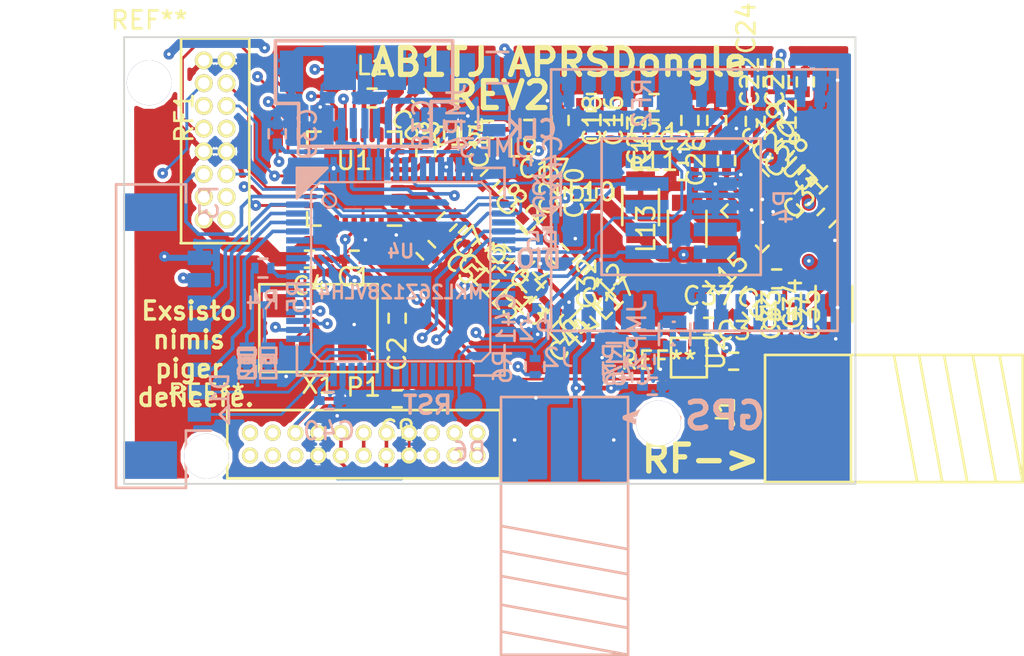
<source format=kicad_pcb>
(kicad_pcb (version 4) (host pcbnew 4.0.1-stable)
  (layers (0 F.Cu signal) (1 In1.Cu signal) (2 In2.Cu signal) (31 B.Cu signal) (34 B.Paste user) (35 F.Paste user) (36 B.SilkS user) (37 F.SilkS user) (38 B.Mask user) (39 F.Mask user) (44 Edge.Cuts user))
  (net 0 "")
  (net 1 "Net-(C1-Pad1)")
  (net 2 GND)
  (net 3 "Net-(C2-Pad1)")
  (net 4 +3.3V)
  (net 5 "Net-(C5-Pad2)")
  (net 6 "Net-(C6-Pad1)")
  (net 7 "Net-(C10-Pad2)")
  (net 8 "Net-(C10-Pad1)")
  (net 9 "Net-(C11-Pad2)")
  (net 10 "Net-(C12-Pad2)")
  (net 11 /PA/PAInput)
  (net 12 "Net-(C15-Pad1)")
  (net 13 "Net-(C16-Pad1)")
  (net 14 /PA/PAOutput)
  (net 15 "Net-(D1-Pad1)")
  (net 16 "Net-(J1-Pad1)")
  (net 17 "Net-(L1-Pad1)")
  (net 18 "Net-(L1-Pad2)")
  (net 19 "Net-(L12-Pad2)")
  (net 20 /AF_IN)
  (net 21 /MOSI)
  (net 22 /IRQOUT)
  (net 23 /AF_OUT)
  (net 24 /SEL)
  (net 25 /MISO)
  (net 26 /CLK)
  (net 27 /TXRX)
  (net 28 /DATA)
  (net 29 "Net-(C11-Pad1)")
  (net 30 "Net-(C13-Pad1)")
  (net 31 "Net-(C13-Pad2)")
  (net 32 "Net-(C17-Pad1)")
  (net 33 "Net-(C21-Pad1)")
  (net 34 "Net-(C26-Pad1)")
  (net 35 "Net-(C27-Pad2)")
  (net 36 "Net-(C31-Pad1)")
  (net 37 "Net-(C36-Pad1)")
  (net 38 "Net-(C38-Pad2)")
  (net 39 "Net-(C43-Pad1)")
  (net 40 "Net-(D2-Pad1)")
  (net 41 "Net-(J2-Pad1)")
  (net 42 "Net-(JMP2-Pad1)")
  (net 43 "Net-(JMP2-Pad2)")
  (net 44 "Net-(JMP3-Pad1)")
  (net 45 /USBV1)
  (net 46 /internalI2C0SDA)
  (net 47 /internalI2C0SCL)
  (net 48 "Net-(RF2-Pad14)")
  (net 49 "Net-(RF2-Pad8)")
  (net 50 "Net-(RF2-Pad4)")
  (net 51 "Net-(RF2-Pad2)")
  (net 52 /DataCLK)
  (net 53 /CLKOut)
  (net 54 /USBV2)
  (net 55 /externalI2C1SDA)
  (net 56 /externalI2C1SCL)
  (net 57 /externalSPI1PCS0)
  (net 58 /externalSPI1SCK)
  (net 59 /externalSPI1MOSI)
  (net 60 /externalSPI1MISO)
  (net 61 /SWD_DIO)
  (net 62 /SWD_CLK)
  (net 63 /SWD_Reset)
  (net 64 /LED1)
  (net 65 /LED2)
  (net 66 /GPSTX)
  (net 67 "Net-(RF2-Pad6)")
  (net 68 "Net-(RF2-Pad5)")
  (net 69 /USBDP)
  (net 70 /USBDM)
  (net 71 "Net-(RF2-Pad18)")
  (net 72 "Net-(RF2-Pad19)")
  (net 73 "Net-(RF2-Pad21)")
  (net 74 "Net-(RF2-Pad3)")
  (module Resistors_SMD:R_0402 (layer F.Cu) (at 86.35 67.15 225)
    (fp_text reference L6 (at 0 -1.8 225) (layer F.SilkS))
    (fp_text value 68nH)
    (pad 1 smd rect (at -0.45 0 225) (size 0.4 0.6) (layers F.Cu F.Paste F.Mask) (net 31 "Net-(C13-Pad2)"))
    (pad 2 smd rect (at 0.45 0 225) (size 0.4 0.6) (layers F.Cu F.Paste F.Mask) (net 2 GND))
  )
  (module w_smd_lqfp:lqfp64 (layer B.Cu) (at 78.6 65.2)
    (fp_text reference U4 (at 0 -1.143) (layer B.SilkS) (effects (font (size 0.7493 0.7493) (thickness 0.14986)) (justify mirror)))
    (fp_text value MKL26Z128VLH4 (at 0 1.143) (layer B.SilkS) (effects (font (size 0.7493 0.7493) (thickness 0.14986)) (justify mirror)))
    (pad 4 smd rect (at -2.25044 -5.75056) (size 0.35052 1.30048) (layers B.Cu B.Paste B.Mask) (net 2 GND))
    (pad 5 smd rect (at -1.75006 -5.75056) (size 0.35052 1.30048) (layers B.Cu B.Paste B.Mask) (net 69 /USBDP))
    (pad 6 smd rect (at -1.24968 -5.75056) (size 0.35052 1.30048) (layers B.Cu B.Paste B.Mask) (net 70 /USBDM))
    (pad 7 smd rect (at -0.7493 -5.75056) (size 0.35052 1.30048) (layers B.Cu B.Paste B.Mask) (net 38 "Net-(C38-Pad2)"))
    (pad 8 smd rect (at -0.24892 -5.75056) (size 0.35052 1.30048) (layers B.Cu B.Paste B.Mask) (net 54 /USBV2))
    (pad 1 smd rect (at -3.74904 -5.75056) (size 0.35052 1.30048) (layers B.Cu B.Paste B.Mask) (net 2 GND))
    (pad 2 smd rect (at -3.2512 -5.75056) (size 0.35052 1.30048) (layers B.Cu B.Paste B.Mask) (net 2 GND))
    (pad 3 smd rect (at -2.75082 -5.75056) (size 0.35052 1.30048) (layers B.Cu B.Paste B.Mask) (net 4 +3.3V))
    (pad 17 smd rect (at 5.75056 -3.74904) (size 1.30048 0.35052) (layers B.Cu B.Paste B.Mask) (net 23 /AF_OUT))
    (pad 18 smd rect (at 5.75056 -3.2512) (size 1.30048 0.35052) (layers B.Cu B.Paste B.Mask) (net 20 /AF_IN))
    (pad 19 smd rect (at 5.75056 -2.75082) (size 1.30048 0.35052) (layers B.Cu B.Paste B.Mask))
    (pad 20 smd rect (at 5.75056 -2.25044) (size 1.30048 0.35052) (layers B.Cu B.Paste B.Mask) (net 47 /internalI2C0SCL))
    (pad 21 smd rect (at 5.75056 -1.75006) (size 1.30048 0.35052) (layers B.Cu B.Paste B.Mask) (net 46 /internalI2C0SDA))
    (pad 22 smd rect (at 5.75056 -1.24968) (size 1.30048 0.35052) (layers B.Cu B.Paste B.Mask) (net 62 /SWD_CLK))
    (pad 23 smd rect (at 5.75056 -0.7493) (size 1.30048 0.35052) (layers B.Cu B.Paste B.Mask))
    (pad 24 smd rect (at 5.75056 -0.24892) (size 1.30048 0.35052) (layers B.Cu B.Paste B.Mask))
    (pad 33 smd rect (at 3.74904 5.75056) (size 0.35052 1.30048) (layers B.Cu B.Paste B.Mask))
    (pad 34 smd rect (at 3.2512 5.75056) (size 0.35052 1.30048) (layers B.Cu B.Paste B.Mask) (net 63 /SWD_Reset))
    (pad 35 smd rect (at 2.75082 5.75056) (size 0.35052 1.30048) (layers B.Cu B.Paste B.Mask))
    (pad 36 smd rect (at 2.25044 5.75056) (size 0.35052 1.30048) (layers B.Cu B.Paste B.Mask))
    (pad 37 smd rect (at 1.75006 5.75056) (size 0.35052 1.30048) (layers B.Cu B.Paste B.Mask))
    (pad 38 smd rect (at 1.24968 5.75056) (size 0.35052 1.30048) (layers B.Cu B.Paste B.Mask))
    (pad 39 smd rect (at 0.7493 5.75056) (size 0.35052 1.30048) (layers B.Cu B.Paste B.Mask))
    (pad 40 smd rect (at 0.24892 5.75056) (size 0.35052 1.30048) (layers B.Cu B.Paste B.Mask))
    (pad 49 smd rect (at -5.75056 3.74904) (size 1.30048 0.35052) (layers B.Cu B.Paste B.Mask))
    (pad 50 smd rect (at -5.75056 3.2512) (size 1.30048 0.35052) (layers B.Cu B.Paste B.Mask) (net 26 /CLK))
    (pad 51 smd rect (at -5.75056 2.75082) (size 1.30048 0.35052) (layers B.Cu B.Paste B.Mask) (net 21 /MOSI))
    (pad 52 smd rect (at -5.75056 2.25044) (size 1.30048 0.35052) (layers B.Cu B.Paste B.Mask) (net 25 /MISO))
    (pad 53 smd rect (at -5.75056 1.75006) (size 1.30048 0.35052) (layers B.Cu B.Paste B.Mask))
    (pad 54 smd rect (at -5.75056 1.24968) (size 1.30048 0.35052) (layers B.Cu B.Paste B.Mask))
    (pad 55 smd rect (at -5.75056 0.7493) (size 1.30048 0.35052) (layers B.Cu B.Paste B.Mask) (net 65 /LED2))
    (pad 56 smd rect (at -5.75056 0.24892) (size 1.30048 0.35052) (layers B.Cu B.Paste B.Mask) (net 64 /LED1))
    (pad 9 smd rect (at 0.24892 -5.75056) (size 0.35052 1.30048) (layers B.Cu B.Paste B.Mask))
    (pad 10 smd rect (at 0.7493 -5.75056) (size 0.35052 1.30048) (layers B.Cu B.Paste B.Mask) (net 66 /GPSTX))
    (pad 11 smd rect (at 1.24968 -5.75056) (size 0.35052 1.30048) (layers B.Cu B.Paste B.Mask))
    (pad 25 smd rect (at 5.75056 0.24892) (size 1.30048 0.35052) (layers B.Cu B.Paste B.Mask) (net 61 /SWD_DIO))
    (pad 26 smd rect (at 5.75056 0.7493) (size 1.30048 0.35052) (layers B.Cu B.Paste B.Mask) (net 22 /IRQOUT))
    (pad 27 smd rect (at 5.75056 1.24968) (size 1.30048 0.35052) (layers B.Cu B.Paste B.Mask))
    (pad 41 smd rect (at -0.24892 5.75056) (size 0.35052 1.30048) (layers B.Cu B.Paste B.Mask))
    (pad 42 smd rect (at -0.7493 5.75056) (size 0.35052 1.30048) (layers B.Cu B.Paste B.Mask))
    (pad 43 smd rect (at -1.24968 5.75056) (size 0.35052 1.30048) (layers B.Cu B.Paste B.Mask))
    (pad 57 smd rect (at -5.75056 -0.24892) (size 1.30048 0.35052) (layers B.Cu B.Paste B.Mask))
    (pad 58 smd rect (at -5.75056 -0.7493) (size 1.30048 0.35052) (layers B.Cu B.Paste B.Mask) (net 52 /DataCLK))
    (pad 59 smd rect (at -5.75056 -1.24968) (size 1.30048 0.35052) (layers B.Cu B.Paste B.Mask) (net 28 /DATA))
    (pad 12 smd rect (at 1.75006 -5.75056) (size 0.35052 1.30048) (layers B.Cu B.Paste B.Mask))
    (pad 13 smd rect (at 2.25044 -5.75056) (size 0.35052 1.30048) (layers B.Cu B.Paste B.Mask) (net 4 +3.3V))
    (pad 14 smd rect (at 2.75082 -5.75056) (size 0.35052 1.30048) (layers B.Cu B.Paste B.Mask) (net 4 +3.3V))
    (pad 15 smd rect (at 3.2512 -5.75056) (size 0.35052 1.30048) (layers B.Cu B.Paste B.Mask) (net 2 GND))
    (pad 16 smd rect (at 3.74904 -5.75056) (size 0.35052 1.30048) (layers B.Cu B.Paste B.Mask) (net 2 GND))
    (pad 28 smd rect (at 5.75056 1.75006) (size 1.30048 0.35052) (layers B.Cu B.Paste B.Mask))
    (pad 29 smd rect (at 5.75056 2.25044) (size 1.30048 0.35052) (layers B.Cu B.Paste B.Mask))
    (pad 30 smd rect (at 5.75056 2.75082) (size 1.30048 0.35052) (layers B.Cu B.Paste B.Mask) (net 4 +3.3V))
    (pad 31 smd rect (at 5.75056 3.2512) (size 1.30048 0.35052) (layers B.Cu B.Paste B.Mask) (net 2 GND))
    (pad 32 smd rect (at 5.75056 3.74904) (size 1.30048 0.35052) (layers B.Cu B.Paste B.Mask) (net 53 /CLKOut))
    (pad 44 smd rect (at -1.75006 5.75056) (size 0.35052 1.30048) (layers B.Cu B.Paste B.Mask) (net 56 /externalI2C1SCL))
    (pad 45 smd rect (at -2.25044 5.75056) (size 0.35052 1.30048) (layers B.Cu B.Paste B.Mask) (net 55 /externalI2C1SDA))
    (pad 46 smd rect (at -2.75082 5.75056) (size 0.35052 1.30048) (layers B.Cu B.Paste B.Mask))
    (pad 47 smd rect (at -3.2512 5.75056) (size 0.35052 1.30048) (layers B.Cu B.Paste B.Mask) (net 2 GND))
    (pad 48 smd rect (at -3.74904 5.75056) (size 0.35052 1.30048) (layers B.Cu B.Paste B.Mask) (net 4 +3.3V))
    (pad 60 smd rect (at -5.75056 -1.75006) (size 1.30048 0.35052) (layers B.Cu B.Paste B.Mask))
    (pad 61 smd rect (at -5.75056 -2.25044) (size 1.30048 0.35052) (layers B.Cu B.Paste B.Mask) (net 57 /externalSPI1PCS0))
    (pad 62 smd rect (at -5.75056 -2.75082) (size 1.30048 0.35052) (layers B.Cu B.Paste B.Mask) (net 58 /externalSPI1SCK))
    (pad 63 smd rect (at -5.75056 -3.2512) (size 1.30048 0.35052) (layers B.Cu B.Paste B.Mask) (net 59 /externalSPI1MOSI))
    (pad 64 smd rect (at -5.75056 -3.74904) (size 1.30048 0.35052) (layers B.Cu B.Paste B.Mask) (net 60 /externalSPI1MISO))
  )
  (module SMDJMP-CLOSED (layer B.Cu) (at 93.9 68.7 270)
    (fp_text reference JMP2 (at 0 2.1 270) (layer B.SilkS) (effects (justify mirror)))
    (fp_text value SJMPClosed)
    (fp_line (start -0.7 0.1) (end 0.6 0.1) (layer B.Cu) (width 0.15))
    (fp_line (start 0.6 0) (end -0.7 0) (layer B.Cu) (width 0.15))
    (fp_line (start -0.7 0.2) (end 0.6 0.2) (layer B.Cu) (width 0.15))
    (pad 1 smd rect (at -0.7 0 270) (size 0.7 1.3) (layers B.Cu B.Paste B.Mask) (net 42 "Net-(JMP2-Pad1)"))
    (pad 2 smd rect (at 0.7 0 270) (size 0.7 1.3) (layers B.Cu B.Paste B.Mask) (net 43 "Net-(JMP2-Pad2)"))
  )
  (module NEO-7 (layer B.Cu) (at 87 54.5 270)
    (fp_text reference RF2 (at 1.27 -5.08 270) (layer B.SilkS) (effects (justify mirror)))
    (fp_text value NEO7)
    (pad 13 smd rect (at 0 -1 270) (size 1.2 0.8) (layers B.Cu B.Paste B.Mask) (net 2 GND))
    (pad 13 smd rect (at 1.05 -1 270) (size 0.9 0.6) (layers B.Cu B.Paste B.Mask) (net 2 GND))
    (pad 14 smd rect (at 0 -2.1 270) (size 1.2 0.8) (layers B.Cu B.Paste B.Mask) (net 48 "Net-(RF2-Pad14)"))
    (pad 14 smd rect (at 1.05 -2.1 270) (size 0.9 0.6) (layers B.Cu B.Paste B.Mask) (net 48 "Net-(RF2-Pad14)"))
    (pad 15 smd rect (at 0 -3.2 270) (size 1.2 0.8) (layers B.Cu B.Paste B.Mask))
    (pad 15 smd rect (at 1.05 -3.2 270) (size 0.9 0.6) (layers B.Cu B.Paste B.Mask))
    (pad 16 smd rect (at 0 -4.3 270) (size 1.2 0.8) (layers B.Cu B.Paste B.Mask))
    (pad 16 smd rect (at 1.05 -4.3 270) (size 0.9 0.6) (layers B.Cu B.Paste B.Mask))
    (pad 17 smd rect (at 0 -5.4 270) (size 1.2 0.8) (layers B.Cu B.Paste B.Mask))
    (pad 17 smd rect (at 1.05 -5.4 270) (size 0.9 0.6) (layers B.Cu B.Paste B.Mask))
    (pad 18 smd rect (at 0 -8.4 270) (size 1.2 0.8) (layers B.Cu B.Paste B.Mask) (net 71 "Net-(RF2-Pad18)"))
    (pad 18 smd rect (at 1.05 -8.4 270) (size 0.9 0.6) (layers B.Cu B.Paste B.Mask) (net 71 "Net-(RF2-Pad18)"))
    (pad 19 smd rect (at 0 -9.5 270) (size 1.2 0.8) (layers B.Cu B.Paste B.Mask) (net 72 "Net-(RF2-Pad19)"))
    (pad 19 smd rect (at 1.05 -9.5 270) (size 0.9 0.6) (layers B.Cu B.Paste B.Mask) (net 72 "Net-(RF2-Pad19)"))
    (pad 20 smd rect (at 0 -10.6 270) (size 1.2 0.8) (layers B.Cu B.Paste B.Mask) (net 66 /GPSTX))
    (pad 20 smd rect (at 1.05 -10.6 270) (size 0.9 0.6) (layers B.Cu B.Paste B.Mask) (net 66 /GPSTX))
    (pad 21 smd rect (at 0 -11.7 270) (size 1.2 0.8) (layers B.Cu B.Paste B.Mask) (net 73 "Net-(RF2-Pad21)"))
    (pad 21 smd rect (at 1.05 -11.7 270) (size 0.9 0.6) (layers B.Cu B.Paste B.Mask) (net 73 "Net-(RF2-Pad21)"))
    (pad 22 smd rect (at 0 -12.8 270) (size 1.2 0.8) (layers B.Cu B.Paste B.Mask) (net 4 +3.3V))
    (pad 22 smd rect (at 1.05 -12.8 270) (size 0.9 0.6) (layers B.Cu B.Paste B.Mask) (net 4 +3.3V))
    (pad 23 smd rect (at 0 -13.9 270) (size 1.2 0.8) (layers B.Cu B.Paste B.Mask) (net 4 +3.3V))
    (pad 23 smd rect (at 1.05 -13.9 270) (size 0.9 0.6) (layers B.Cu B.Paste B.Mask) (net 4 +3.3V))
    (pad 24 smd rect (at 0 -15 270) (size 1.2 0.8) (layers B.Cu B.Paste B.Mask) (net 2 GND))
    (pad 24 smd rect (at 1.05 -15 270) (size 0.9 0.6) (layers B.Cu B.Paste B.Mask) (net 2 GND))
    (pad 12 smd rect (at 13.4 -1 270) (size 1.2 0.8) (layers B.Cu B.Paste B.Mask) (net 2 GND))
    (pad 12 smd rect (at 12.4 -1 270) (size 0.9 0.6) (layers B.Cu B.Paste B.Mask) (net 2 GND))
    (pad 11 smd rect (at 13.4 -2.1 270) (size 1.2 0.8) (layers B.Cu B.Paste B.Mask) (net 41 "Net-(J2-Pad1)"))
    (pad 11 smd rect (at 12.4 -2.1 270) (size 0.9 0.6) (layers B.Cu B.Paste B.Mask) (net 41 "Net-(J2-Pad1)"))
    (pad 10 smd rect (at 13.4 -3.2 270) (size 1.2 0.8) (layers B.Cu B.Paste B.Mask) (net 2 GND))
    (pad 10 smd rect (at 12.4 -3.2 270) (size 0.9 0.6) (layers B.Cu B.Paste B.Mask) (net 2 GND))
    (pad 9 smd rect (at 13.4 -4.3 270) (size 1.2 0.8) (layers B.Cu B.Paste B.Mask) (net 42 "Net-(JMP2-Pad1)"))
    (pad 9 smd rect (at 12.4 -4.3 270) (size 0.9 0.6) (layers B.Cu B.Paste B.Mask) (net 42 "Net-(JMP2-Pad1)"))
    (pad 8 smd rect (at 13.4 -5.4 270) (size 1.2 0.8) (layers B.Cu B.Paste B.Mask) (net 49 "Net-(RF2-Pad8)"))
    (pad 8 smd rect (at 12.4 -5.4 270) (size 0.9 0.6) (layers B.Cu B.Paste B.Mask) (net 49 "Net-(RF2-Pad8)"))
    (pad 7 smd rect (at 13.4 -8.4 270) (size 1.2 0.8) (layers B.Cu B.Paste B.Mask) (net 2 GND))
    (pad 7 smd rect (at 12.4 -8.4 270) (size 0.9 0.6) (layers B.Cu B.Paste B.Mask) (net 2 GND))
    (pad 6 smd rect (at 13.4 -9.5 270) (size 1.2 0.8) (layers B.Cu B.Paste B.Mask) (net 67 "Net-(RF2-Pad6)"))
    (pad 6 smd rect (at 12.4 -9.5 270) (size 0.9 0.6) (layers B.Cu B.Paste B.Mask) (net 67 "Net-(RF2-Pad6)"))
    (pad 5 smd rect (at 13.4 -10.6 270) (size 1.2 0.8) (layers B.Cu B.Paste B.Mask) (net 68 "Net-(RF2-Pad5)"))
    (pad 5 smd rect (at 12.4 -10.6 270) (size 0.9 0.6) (layers B.Cu B.Paste B.Mask) (net 68 "Net-(RF2-Pad5)"))
    (pad 4 smd rect (at 13.4 -11.7 270) (size 1.2 0.8) (layers B.Cu B.Paste B.Mask) (net 50 "Net-(RF2-Pad4)"))
    (pad 4 smd rect (at 12.4 -11.7 270) (size 0.9 0.6) (layers B.Cu B.Paste B.Mask) (net 50 "Net-(RF2-Pad4)"))
    (pad 3 smd rect (at 13.4 -12.8 270) (size 1.2 0.8) (layers B.Cu B.Paste B.Mask) (net 74 "Net-(RF2-Pad3)"))
    (pad 3 smd rect (at 12.4 -12.8 270) (size 0.9 0.6) (layers B.Cu B.Paste B.Mask) (net 74 "Net-(RF2-Pad3)"))
    (pad 2 smd rect (at 13.4 -13.9 270) (size 1.2 0.8) (layers B.Cu B.Paste B.Mask) (net 51 "Net-(RF2-Pad2)"))
    (pad 2 smd rect (at 12.4 -13.9 270) (size 0.9 0.6) (layers B.Cu B.Paste B.Mask) (net 51 "Net-(RF2-Pad2)"))
    (pad 1 smd rect (at 13.4 -15 270) (size 1.2 0.8) (layers B.Cu B.Paste B.Mask))
    (pad 1 smd rect (at 12.4 -15 270) (size 0.9 0.6) (layers B.Cu B.Paste B.Mask))
  )
  (module Capacitors_SMD:C_0402 (layer F.Cu) (at 76 64.5 180)
    (fp_text reference C1 (at 0 -1 180) (layer F.SilkS))
    (fp_text value C)
    (pad 1 smd rect (at -0.55 0 180) (size 0.6 0.5) (layers F.Cu F.Paste F.Mask) (net 1 "Net-(C1-Pad1)"))
    (pad 2 smd rect (at 0.55 0 180) (size 0.6 0.5) (layers F.Cu F.Paste F.Mask) (net 2 GND))
  )
  (module Capacitors_SMD:C_0402 (layer F.Cu) (at 78.4 67.8 90)
    (fp_text reference C2 (at -2 0 90) (layer F.SilkS))
    (fp_text value C)
    (pad 1 smd rect (at -0.55 0 90) (size 0.6 0.5) (layers F.Cu F.Paste F.Mask) (net 3 "Net-(C2-Pad1)"))
    (pad 2 smd rect (at 0.55 0 90) (size 0.6 0.5) (layers F.Cu F.Paste F.Mask) (net 1 "Net-(C1-Pad1)"))
  )
  (module Capacitors_SMD:C_0402 (layer F.Cu) (at 97.2 70.2)
    (fp_text reference C3 (at 0 -1.7) (layer F.SilkS))
    (fp_text value 1uf)
    (pad 1 smd rect (at -0.55 0) (size 0.6 0.5) (layers F.Cu F.Paste F.Mask) (net 4 +3.3V))
    (pad 2 smd rect (at 0.55 0) (size 0.6 0.5) (layers F.Cu F.Paste F.Mask) (net 2 GND))
  )
  (module Capacitors_SMD:C_0402 (layer F.Cu) (at 73.5 64.5)
    (fp_text reference C4 (at 0 1.5) (layer F.SilkS))
    (fp_text value 100pf)
    (pad 1 smd rect (at -0.55 0) (size 0.6 0.5) (layers F.Cu F.Paste F.Mask) (net 4 +3.3V))
    (pad 2 smd rect (at 0.55 0) (size 0.6 0.5) (layers F.Cu F.Paste F.Mask) (net 2 GND))
  )
  (module Capacitors_SMD:C_0402 (layer F.Cu) (at 80 64 135)
    (fp_text reference C5 (at -2.12132 0.707107 135) (layer F.SilkS))
    (fp_text value C)
    (pad 1 smd rect (at -0.55 0 135) (size 0.6 0.5) (layers F.Cu F.Paste F.Mask) (net 2 GND))
    (pad 2 smd rect (at 0.55 0 135) (size 0.6 0.5) (layers F.Cu F.Paste F.Mask) (net 5 "Net-(C5-Pad2)"))
  )
  (module Capacitors_SMD:C_0402 (layer F.Cu) (at 79.75 55.5 315)
    (fp_text reference C6 (at 0.494975 1.626346 315) (layer F.SilkS))
    (fp_text value C)
    (pad 1 smd rect (at -0.55 0 315) (size 0.6 0.5) (layers F.Cu F.Paste F.Mask) (net 6 "Net-(C6-Pad1)"))
    (pad 2 smd rect (at 0.55 0 315) (size 0.6 0.5) (layers F.Cu F.Paste F.Mask) (net 2 GND))
  )
  (module Capacitors_SMD:C_0402 (layer F.Cu) (at 81.2 62.4 225)
    (fp_text reference C7 (at 0 -1.7 225) (layer F.SilkS))
    (fp_text value 10pf)
    (pad 1 smd rect (at -0.55 0 225) (size 0.6 0.5) (layers F.Cu F.Paste F.Mask) (net 9 "Net-(C11-Pad2)"))
    (pad 2 smd rect (at 0.55 0 225) (size 0.6 0.5) (layers F.Cu F.Paste F.Mask) (net 2 GND))
  )
  (module Capacitors_SMD:C_0402 (layer F.Cu) (at 83.6 60 225)
    (fp_text reference C8 (at 0 -1.7 225) (layer F.SilkS))
    (fp_text value 10pf)
    (pad 1 smd rect (at -0.55 0 225) (size 0.6 0.5) (layers F.Cu F.Paste F.Mask) (net 2 GND))
    (pad 2 smd rect (at 0.55 0 225) (size 0.6 0.5) (layers F.Cu F.Paste F.Mask) (net 7 "Net-(C10-Pad2)"))
  )
  (module Capacitors_SMD:C_0402 (layer F.Cu) (at 78.4 72.3 180)
    (fp_text reference C9 (at 0 -1.7 180) (layer F.SilkS))
    (fp_text value 100pf)
    (pad 1 smd rect (at -0.55 0 180) (size 0.6 0.5) (layers F.Cu F.Paste F.Mask) (net 2 GND))
    (pad 2 smd rect (at 0.55 0 180) (size 0.6 0.5) (layers F.Cu F.Paste F.Mask) (net 4 +3.3V))
  )
  (module Capacitors_SMD:C_0402 (layer F.Cu) (at 85.8 62.6 135)
    (fp_text reference C10 (at -0.707107 -2.474874 135) (layer F.SilkS))
    (fp_text value 10pf)
    (pad 1 smd rect (at -0.55 0 135) (size 0.6 0.5) (layers F.Cu F.Paste F.Mask) (net 8 "Net-(C10-Pad1)"))
    (pad 2 smd rect (at 0.55 0 135) (size 0.6 0.5) (layers F.Cu F.Paste F.Mask) (net 7 "Net-(C10-Pad2)"))
  )
  (module Capacitors_SMD:C_0402 (layer F.Cu) (at 84.2 64.2 135)
    (fp_text reference C11 (at 0 -1.7 135) (layer F.SilkS))
    (fp_text value 10pf)
    (pad 1 smd rect (at -0.55 0 135) (size 0.6 0.5) (layers F.Cu F.Paste F.Mask) (net 29 "Net-(C11-Pad1)"))
    (pad 2 smd rect (at 0.55 0 135) (size 0.6 0.5) (layers F.Cu F.Paste F.Mask) (net 9 "Net-(C11-Pad2)"))
  )
  (module Capacitors_SMD:C_0402 (layer F.Cu) (at 88.75 64.8 225)
    (fp_text reference C12 (at 0 -1.7 225) (layer F.SilkS))
    (fp_text value 12pf)
    (pad 1 smd rect (at -0.55 0 225) (size 0.6 0.5) (layers F.Cu F.Paste F.Mask) (net 2 GND))
    (pad 2 smd rect (at 0.55 0 225) (size 0.6 0.5) (layers F.Cu F.Paste F.Mask) (net 10 "Net-(C12-Pad2)"))
  )
  (module Capacitors_SMD:C_0402 (layer F.Cu) (at 88.35 68.4 135)
    (fp_text reference C13 (at 3 -1 135) (layer F.SilkS))
    (fp_text value 12pf)
    (pad 1 smd rect (at -0.55 0 135) (size 0.6 0.5) (layers F.Cu F.Paste F.Mask) (net 30 "Net-(C13-Pad1)"))
    (pad 2 smd rect (at 0.55 0 135) (size 0.6 0.5) (layers F.Cu F.Paste F.Mask) (net 31 "Net-(C13-Pad2)"))
  )
  (module Capacitors_SMD:C_0402 (layer F.Cu) (at 81.5 57.5 90)
    (fp_text reference C14 (at -0.5 1.5 90) (layer F.SilkS))
    (fp_text value 2.2pf)
    (pad 1 smd rect (at -0.55 0 90) (size 0.6 0.5) (layers F.Cu F.Paste F.Mask) (net 11 /PA/PAInput))
    (pad 2 smd rect (at 0.55 0 90) (size 0.6 0.5) (layers F.Cu F.Paste F.Mask) (net 2 GND))
  )
  (module Capacitors_SMD:C_0402 (layer F.Cu) (at 83.5 57.25 180)
    (fp_text reference C15 (at 1.75 -0.4 180) (layer F.SilkS))
    (fp_text value 22pf)
    (pad 1 smd rect (at -0.55 0 180) (size 0.6 0.5) (layers F.Cu F.Paste F.Mask) (net 12 "Net-(C15-Pad1)"))
    (pad 2 smd rect (at 0.55 0 180) (size 0.6 0.5) (layers F.Cu F.Paste F.Mask) (net 11 /PA/PAInput))
  )
  (module Capacitors_SMD:C_0402 (layer F.Cu) (at 87.5 56.75 90)
    (fp_text reference C16 (at 0 3 90) (layer F.SilkS))
    (fp_text value 33pf)
    (pad 1 smd rect (at -0.55 0 90) (size 0.6 0.5) (layers F.Cu F.Paste F.Mask) (net 13 "Net-(C16-Pad1)"))
    (pad 2 smd rect (at 0.55 0 90) (size 0.6 0.5) (layers F.Cu F.Paste F.Mask) (net 2 GND))
  )
  (module Capacitors_SMD:C_0402 (layer F.Cu) (at 89.25 55.75 180)
    (fp_text reference C17 (at 2.65 -3.7 180) (layer F.SilkS))
    (fp_text value 4.7pf)
    (pad 1 smd rect (at -0.55 0 180) (size 0.6 0.5) (layers F.Cu F.Paste F.Mask) (net 32 "Net-(C17-Pad1)"))
    (pad 2 smd rect (at 0.55 0 180) (size 0.6 0.5) (layers F.Cu F.Paste F.Mask) (net 13 "Net-(C16-Pad1)"))
  )
  (module Capacitors_SMD:C_0402 (layer F.Cu) (at 91 56.75 90)
    (fp_text reference C18 (at 0 -1.7 90) (layer F.SilkS))
    (fp_text value 47pf)
    (pad 1 smd rect (at -0.55 0 90) (size 0.6 0.5) (layers F.Cu F.Paste F.Mask) (net 32 "Net-(C17-Pad1)"))
    (pad 2 smd rect (at 0.55 0 90) (size 0.6 0.5) (layers F.Cu F.Paste F.Mask) (net 2 GND))
  )
  (module Capacitors_SMD:C_0402 (layer F.Cu) (at 100.05 58.3 45)
    (fp_text reference C19 (at 0 -1.7 45) (layer F.SilkS))
    (fp_text value 10nf)
    (pad 1 smd rect (at -0.55 0 45) (size 0.6 0.5) (layers F.Cu F.Paste F.Mask) (net 4 +3.3V))
    (pad 2 smd rect (at 0.55 0 45) (size 0.6 0.5) (layers F.Cu F.Paste F.Mask) (net 2 GND))
  )
  (module Capacitors_SMD:C_0402 (layer F.Cu) (at 100.638909 59.111091 45)
    (fp_text reference C20 (at 0 -1.7 45) (layer F.SilkS))
    (fp_text value 1nf)
    (pad 1 smd rect (at -0.55 0 45) (size 0.6 0.5) (layers F.Cu F.Paste F.Mask) (net 4 +3.3V))
    (pad 2 smd rect (at 0.55 0 45) (size 0.6 0.5) (layers F.Cu F.Paste F.Mask) (net 2 GND))
  )
  (module Capacitors_SMD:C_0402 (layer F.Cu) (at 92.75 55.75 180)
    (fp_text reference C21 (at 0 -1.7 180) (layer F.SilkS))
    (fp_text value 1.8pf)
    (pad 1 smd rect (at -0.55 0 180) (size 0.6 0.5) (layers F.Cu F.Paste F.Mask) (net 33 "Net-(C21-Pad1)"))
    (pad 2 smd rect (at 0.55 0 180) (size 0.6 0.5) (layers F.Cu F.Paste F.Mask) (net 32 "Net-(C17-Pad1)"))
  )
  (module Capacitors_SMD:C_0402 (layer F.Cu) (at 99.8 54.6 90)
    (fp_text reference C22 (at 0 -1.7 90) (layer F.SilkS))
    (fp_text value 10nf)
    (pad 1 smd rect (at -0.55 0 90) (size 0.6 0.5) (layers F.Cu F.Paste F.Mask) (net 4 +3.3V))
    (pad 2 smd rect (at 0.55 0 90) (size 0.6 0.5) (layers F.Cu F.Paste F.Mask) (net 2 GND))
  )
  (module Capacitors_SMD:C_0402 (layer F.Cu) (at 94.75 56.75 90)
    (fp_text reference C23 (at -1.1 -2.95 90) (layer F.SilkS))
    (fp_text value 15pf)
    (pad 1 smd rect (at -0.55 0 90) (size 0.6 0.5) (layers F.Cu F.Paste F.Mask) (net 33 "Net-(C21-Pad1)"))
    (pad 2 smd rect (at 0.55 0 90) (size 0.6 0.5) (layers F.Cu F.Paste F.Mask) (net 2 GND))
  )
  (module Capacitors_SMD:C_0402 (layer F.Cu) (at 98.4 54.6 90)
    (fp_text reference C24 (at 3 -0.5 90) (layer F.SilkS))
    (fp_text value 1nf)
    (pad 1 smd rect (at -0.55 0 90) (size 0.6 0.5) (layers F.Cu F.Paste F.Mask) (net 4 +3.3V))
    (pad 2 smd rect (at 0.55 0 90) (size 0.6 0.5) (layers F.Cu F.Paste F.Mask) (net 2 GND))
  )
  (module Capacitors_SMD:C_0402 (layer F.Cu) (at 101.2 54.6 90)
    (fp_text reference C25 (at 0 -1.7 90) (layer F.SilkS))
    (fp_text value 27pf)
    (pad 1 smd rect (at -0.55 0 90) (size 0.6 0.5) (layers F.Cu F.Paste F.Mask) (net 4 +3.3V))
    (pad 2 smd rect (at 0.55 0 90) (size 0.6 0.5) (layers F.Cu F.Paste F.Mask) (net 2 GND))
  )
  (module Capacitors_SMD:C_0402 (layer F.Cu) (at 96.8 59 90)
    (fp_text reference C26 (at 0 -1.7 90) (layer F.SilkS))
    (fp_text value 100pf)
    (pad 1 smd rect (at -0.55 0 90) (size 0.6 0.5) (layers F.Cu F.Paste F.Mask) (net 34 "Net-(C26-Pad1)"))
    (pad 2 smd rect (at 0.55 0 90) (size 0.6 0.5) (layers F.Cu F.Paste F.Mask) (net 33 "Net-(C21-Pad1)"))
  )
  (module Capacitors_SMD:C_0402 (layer F.Cu) (at 94.4 59.6)
    (fp_text reference C27 (at 0 -1.7) (layer F.SilkS))
    (fp_text value 27pf)
    (pad 1 smd rect (at -0.55 0) (size 0.6 0.5) (layers F.Cu F.Paste F.Mask) (net 2 GND))
    (pad 2 smd rect (at 0.55 0) (size 0.6 0.5) (layers F.Cu F.Paste F.Mask) (net 35 "Net-(C27-Pad2)"))
  )
  (module Capacitors_SMD:C_0402 (layer F.Cu) (at 101.338909 59.911091 45)
    (fp_text reference C28 (at 0 -1.7 45) (layer F.SilkS))
    (fp_text value 47pf)
    (pad 1 smd rect (at -0.55 0 45) (size 0.6 0.5) (layers F.Cu F.Paste F.Mask) (net 4 +3.3V))
    (pad 2 smd rect (at 0.55 0 45) (size 0.6 0.5) (layers F.Cu F.Paste F.Mask) (net 2 GND))
  )
  (module Capacitors_SMD:C_0402 (layer F.Cu) (at 88.6 60.6 90)
    (fp_text reference C29 (at 0 -1.7 90) (layer F.SilkS))
    (fp_text value 1nf)
    (pad 1 smd rect (at -0.55 0 90) (size 0.6 0.5) (layers F.Cu F.Paste F.Mask) (net 4 +3.3V))
    (pad 2 smd rect (at 0.55 0 90) (size 0.6 0.5) (layers F.Cu F.Paste F.Mask) (net 2 GND))
  )
  (module Capacitors_SMD:C_0402 (layer F.Cu) (at 90 60.8 90)
    (fp_text reference C30 (at 0 -1.7 90) (layer F.SilkS))
    (fp_text value 10nf)
    (pad 1 smd rect (at -0.55 0 90) (size 0.6 0.5) (layers F.Cu F.Paste F.Mask) (net 4 +3.3V))
    (pad 2 smd rect (at 0.55 0 90) (size 0.6 0.5) (layers F.Cu F.Paste F.Mask) (net 2 GND))
  )
  (module Capacitors_SMD:C_1206 (layer F.Cu) (at 92 61.6 90)
    (fp_text reference C32 (at -4.25 -3 90) (layer F.SilkS))
    (fp_text value 3.3uf)
    (pad 1 smd rect (at -1.5 0 90) (size 1 1.6) (layers F.Cu F.Paste F.Mask) (net 4 +3.3V))
    (pad 2 smd rect (at 1.5 0 90) (size 1 1.6) (layers F.Cu F.Paste F.Mask) (net 2 GND))
  )
  (module Capacitors_SMD:C_0402 (layer F.Cu) (at 101 67.6 90)
    (fp_text reference C33 (at 0 -1.7 90) (layer F.SilkS))
    (fp_text value C)
    (pad 1 smd rect (at -0.55 0 90) (size 0.6 0.5) (layers F.Cu F.Paste F.Mask) (net 2 GND))
    (pad 2 smd rect (at 0.55 0 90) (size 0.6 0.5) (layers F.Cu F.Paste F.Mask) (net 4 +3.3V))
  )
  (module Capacitors_SMD:C_0402 (layer F.Cu) (at 99.8 67.6 270)
    (fp_text reference C35 (at 0 -1.7 270) (layer F.SilkS))
    (fp_text value 1nf)
    (pad 1 smd rect (at -0.55 0 270) (size 0.6 0.5) (layers F.Cu F.Paste F.Mask) (net 4 +3.3V))
    (pad 2 smd rect (at 0.55 0 270) (size 0.6 0.5) (layers F.Cu F.Paste F.Mask) (net 2 GND))
  )
  (module Capacitors_SMD:C_0402 (layer F.Cu) (at 97.55 68 315)
    (fp_text reference C36 (at 0.25 -1.25 315) (layer F.SilkS))
    (fp_text value 56pf)
    (pad 1 smd rect (at -0.55 0 315) (size 0.6 0.5) (layers F.Cu F.Paste F.Mask) (net 37 "Net-(C36-Pad1)"))
    (pad 2 smd rect (at 0.55 0 315) (size 0.6 0.5) (layers F.Cu F.Paste F.Mask) (net 2 GND))
  )
  (module LEDs:LED-0603 (layer B.Cu) (at 70 70.3 270)
    (fp_text reference D1 (at 1.5 1.5 270) (layer B.SilkS) (effects (justify mirror)))
    (fp_text value LED)
    (pad 2 smd rect (at 0.7493 0 90) (size 0.79756 0.79756) (layers B.Cu B.Paste B.Mask) (net 2 GND))
    (pad 1 smd rect (at -0.7493 0 90) (size 0.79756 0.79756) (layers B.Cu B.Paste B.Mask) (net 15 "Net-(D1-Pad1)"))
  )
  (module Resistors_SMD:R_0402 (layer F.Cu) (at 77 55.5)
    (fp_text reference L1 (at 0 -1.8) (layer F.SilkS))
    (fp_text value 60nh)
    (pad 1 smd rect (at -0.45 0) (size 0.4 0.6) (layers F.Cu F.Paste F.Mask) (net 17 "Net-(L1-Pad1)"))
    (pad 2 smd rect (at 0.45 0) (size 0.4 0.6) (layers F.Cu F.Paste F.Mask) (net 18 "Net-(L1-Pad2)"))
  )
  (module Resistors_SMD:R_0402 (layer F.Cu) (at 84.6 61 225)
    (fp_text reference L2 (at 0 -1.8 225) (layer F.SilkS))
    (fp_text value 150nH)
    (pad 1 smd rect (at -0.45 0 225) (size 0.4 0.6) (layers F.Cu F.Paste F.Mask) (net 2 GND))
    (pad 2 smd rect (at 0.45 0 225) (size 0.4 0.6) (layers F.Cu F.Paste F.Mask) (net 7 "Net-(C10-Pad2)"))
  )
  (module Resistors_SMD:R_0402 (layer F.Cu) (at 82.4 63.2 225)
    (fp_text reference L3 (at 0 -1.8 225) (layer F.SilkS))
    (fp_text value 150nH)
    (pad 1 smd rect (at -0.45 0 225) (size 0.4 0.6) (layers F.Cu F.Paste F.Mask) (net 9 "Net-(C11-Pad2)"))
    (pad 2 smd rect (at 0.45 0 225) (size 0.4 0.6) (layers F.Cu F.Paste F.Mask) (net 2 GND))
  )
  (module Resistors_SMD:R_0402 (layer F.Cu) (at 87.4 64.2 135)
    (fp_text reference L4 (at 0 -1.8 135) (layer F.SilkS))
    (fp_text value 120nH)
    (pad 1 smd rect (at -0.45 0 135) (size 0.4 0.6) (layers F.Cu F.Paste F.Mask) (net 10 "Net-(C12-Pad2)"))
    (pad 2 smd rect (at 0.45 0 135) (size 0.4 0.6) (layers F.Cu F.Paste F.Mask) (net 8 "Net-(C10-Pad1)"))
  )
  (module Resistors_SMD:R_0402 (layer F.Cu) (at 85.8 65.8 135)
    (fp_text reference L5 (at 0 -1.8 135) (layer F.SilkS))
    (fp_text value 120nH)
    (pad 1 smd rect (at -0.45 0 135) (size 0.4 0.6) (layers F.Cu F.Paste F.Mask) (net 31 "Net-(C13-Pad2)"))
    (pad 2 smd rect (at 0.45 0 135) (size 0.4 0.6) (layers F.Cu F.Paste F.Mask) (net 29 "Net-(C11-Pad1)"))
  )
  (module Resistors_SMD:R_0402 (layer F.Cu) (at 90.031802 66.781802 135)
    (fp_text reference L7 (at 0 -1.8 135) (layer F.SilkS))
    (fp_text value 68nH)
    (pad 1 smd rect (at -0.45 0 135) (size 0.4 0.6) (layers F.Cu F.Paste F.Mask) (net 30 "Net-(C13-Pad1)"))
    (pad 2 smd rect (at 0.45 0 135) (size 0.4 0.6) (layers F.Cu F.Paste F.Mask) (net 10 "Net-(C12-Pad2)"))
  )
  (module Resistors_SMD:R_0402 (layer F.Cu) (at 80 58.5 270)
    (fp_text reference L8 (at -0.9 -0.25 270) (layer F.SilkS))
    (fp_text value 150nh)
    (pad 1 smd rect (at -0.45 0 270) (size 0.4 0.6) (layers F.Cu F.Paste F.Mask) (net 2 GND))
    (pad 2 smd rect (at 0.45 0 270) (size 0.4 0.6) (layers F.Cu F.Paste F.Mask) (net 11 /PA/PAInput))
  )
  (module Resistors_SMD:R_0402 (layer F.Cu) (at 85.75 57.25 180)
    (fp_text reference L9 (at 0.35 -1.05 180) (layer F.SilkS))
    (fp_text value 120nH)
    (pad 1 smd rect (at -0.45 0 180) (size 0.4 0.6) (layers F.Cu F.Paste F.Mask) (net 13 "Net-(C16-Pad1)"))
    (pad 2 smd rect (at 0.45 0 180) (size 0.4 0.6) (layers F.Cu F.Paste F.Mask) (net 12 "Net-(C15-Pad1)"))
  )
  (module Resistors_SMD:R_0402 (layer F.Cu) (at 89.25 57.25 180)
    (fp_text reference L10 (at 0 -3.5 180) (layer F.SilkS))
    (fp_text value 39nH)
    (pad 1 smd rect (at -0.45 0 180) (size 0.4 0.6) (layers F.Cu F.Paste F.Mask) (net 32 "Net-(C17-Pad1)"))
    (pad 2 smd rect (at 0.45 0 180) (size 0.4 0.6) (layers F.Cu F.Paste F.Mask) (net 13 "Net-(C16-Pad1)"))
  )
  (module Resistors_SMD:R_0402 (layer F.Cu) (at 92.75 57.25 180)
    (fp_text reference L11 (at 0 -1.8 180) (layer F.SilkS))
    (fp_text value 47nH)
    (pad 1 smd rect (at -0.45 0 180) (size 0.4 0.6) (layers F.Cu F.Paste F.Mask) (net 33 "Net-(C21-Pad1)"))
    (pad 2 smd rect (at 0.45 0 180) (size 0.4 0.6) (layers F.Cu F.Paste F.Mask) (net 32 "Net-(C17-Pad1)"))
  )
  (module Resistors_SMD:R_0402 (layer F.Cu) (at 98.4 56.8 270)
    (fp_text reference L12 (at 0 -1.8 270) (layer F.SilkS))
    (fp_text value 8.2nH)
    (pad 1 smd rect (at -0.45 0 270) (size 0.4 0.6) (layers F.Cu F.Paste F.Mask) (net 4 +3.3V))
    (pad 2 smd rect (at 0.45 0 270) (size 0.4 0.6) (layers F.Cu F.Paste F.Mask) (net 19 "Net-(L12-Pad2)"))
  )
  (module Resistors_SMD:R_1206 (layer F.Cu) (at 94.6 62.8 90)
    (fp_text reference L13 (at 0 -2.3 90) (layer F.SilkS))
    (fp_text value 33nH)
    (pad 1 smd rect (at -1.45 0 90) (size 0.9 1.7) (layers F.Cu F.Paste F.Mask) (net 4 +3.3V))
    (pad 2 smd rect (at 1.45 0 90) (size 0.9 1.7) (layers F.Cu F.Paste F.Mask) (net 35 "Net-(C27-Pad2)"))
  )
  (module Resistors_SMD:R_0402 (layer F.Cu) (at 99.6 65.6 180)
    (fp_text reference L14 (at 0 -1.8 180) (layer F.SilkS))
    (fp_text value 1uH)
    (pad 1 smd rect (at -0.45 0 180) (size 0.4 0.6) (layers F.Cu F.Paste F.Mask) (net 4 +3.3V))
    (pad 2 smd rect (at 0.45 0 180) (size 0.4 0.6) (layers F.Cu F.Paste F.Mask) (net 36 "Net-(C31-Pad1)"))
  )
  (module Resistors_SMD:R_0402 (layer F.Cu) (at 98.1 66.6 45)
    (fp_text reference L15 (at 0 -1.8 45) (layer F.SilkS))
    (fp_text value 15nH)
    (pad 1 smd rect (at -0.45 0 45) (size 0.4 0.6) (layers F.Cu F.Paste F.Mask) (net 37 "Net-(C36-Pad1)"))
    (pad 2 smd rect (at 0.45 0 45) (size 0.4 0.6) (layers F.Cu F.Paste F.Mask) (net 36 "Net-(C31-Pad1)"))
  )
  (module Resistors_SMD:R_0402 (layer F.Cu) (at 96.25 56.75 90)
    (fp_text reference R1 (at -1.9 -4.2 90) (layer F.SilkS))
    (fp_text value 180)
    (pad 1 smd rect (at -0.45 0 90) (size 0.4 0.6) (layers F.Cu F.Paste F.Mask) (net 33 "Net-(C21-Pad1)"))
    (pad 2 smd rect (at 0.45 0 90) (size 0.4 0.6) (layers F.Cu F.Paste F.Mask) (net 2 GND))
  )
  (module Resistors_SMD:R_0402 (layer B.Cu) (at 86.8 63.4 180)
    (fp_text reference R2 (at 0 1.8 180) (layer B.SilkS) (effects (justify mirror)))
    (fp_text value R)
    (pad 1 smd rect (at -0.45 0 180) (size 0.4 0.6) (layers B.Cu B.Paste B.Mask) (net 4 +3.3V))
    (pad 2 smd rect (at 0.45 0 180) (size 0.4 0.6) (layers B.Cu B.Paste B.Mask) (net 46 /internalI2C0SDA))
  )
  (module Housings_DFN_QFN:QFN-28-1EP_5x5mm_Pitch0.5mm (layer F.Cu) (at 76 60 180)
    (fp_text reference U1 (at 0 1 180) (layer F.SilkS))
    (fp_text value AX503)
    (pad 1 smd oval (at -2.45 -1.5 180) (size 0.85 0.3) (layers F.Cu F.Paste F.Mask) (net 5 "Net-(C5-Pad2)"))
    (pad 2 smd oval (at -2.45 -1 180) (size 0.85 0.3) (layers F.Cu F.Paste F.Mask) (net 2 GND))
    (pad 3 smd oval (at -2.45 -0.5 180) (size 0.85 0.3) (layers F.Cu F.Paste F.Mask) (net 9 "Net-(C11-Pad2)"))
    (pad 4 smd oval (at -2.45 0 180) (size 0.85 0.3) (layers F.Cu F.Paste F.Mask) (net 7 "Net-(C10-Pad2)"))
    (pad 5 smd oval (at -2.45 0.5 180) (size 0.85 0.3) (layers F.Cu F.Paste F.Mask) (net 11 /PA/PAInput))
    (pad 6 smd oval (at -2.45 1 180) (size 0.85 0.3) (layers F.Cu F.Paste F.Mask) (net 2 GND))
    (pad 7 smd oval (at -2.45 1.5 180) (size 0.85 0.3) (layers F.Cu F.Paste F.Mask) (net 6 "Net-(C6-Pad1)"))
    (pad 8 smd oval (at -1.5 2.45 270) (size 0.85 0.3) (layers F.Cu F.Paste F.Mask))
    (pad 9 smd oval (at -1 2.45 270) (size 0.85 0.3) (layers F.Cu F.Paste F.Mask) (net 18 "Net-(L1-Pad2)"))
    (pad 10 smd oval (at -0.5 2.45 270) (size 0.85 0.3) (layers F.Cu F.Paste F.Mask) (net 17 "Net-(L1-Pad1)"))
    (pad 11 smd oval (at 0 2.45 270) (size 0.85 0.3) (layers F.Cu F.Paste F.Mask) (net 28 /DATA))
    (pad 12 smd oval (at 0.5 2.45 270) (size 0.85 0.3) (layers F.Cu F.Paste F.Mask) (net 52 /DataCLK))
    (pad 13 smd oval (at 1 2.45 270) (size 0.85 0.3) (layers F.Cu F.Paste F.Mask) (net 53 /CLKOut))
    (pad 14 smd oval (at 1.5 2.45 270) (size 0.85 0.3) (layers F.Cu F.Paste F.Mask) (net 24 /SEL))
    (pad 15 smd oval (at 2.45 1.5 180) (size 0.85 0.3) (layers F.Cu F.Paste F.Mask) (net 26 /CLK))
    (pad 16 smd oval (at 2.45 1 180) (size 0.85 0.3) (layers F.Cu F.Paste F.Mask) (net 25 /MISO))
    (pad 17 smd oval (at 2.45 0.5 180) (size 0.85 0.3) (layers F.Cu F.Paste F.Mask) (net 21 /MOSI))
    (pad 18 smd oval (at 2.45 0 180) (size 0.85 0.3) (layers F.Cu F.Paste F.Mask))
    (pad 19 smd oval (at 2.45 -0.5 180) (size 0.85 0.3) (layers F.Cu F.Paste F.Mask) (net 22 /IRQOUT))
    (pad 20 smd oval (at 2.45 -1 180) (size 0.85 0.3) (layers F.Cu F.Paste F.Mask) (net 27 /TXRX))
    (pad 21 smd oval (at 2.45 -1.5 180) (size 0.85 0.3) (layers F.Cu F.Paste F.Mask) (net 23 /AF_OUT))
    (pad 22 smd oval (at 1.5 -2.45 270) (size 0.85 0.3) (layers F.Cu F.Paste F.Mask))
    (pad 23 smd oval (at 1 -2.45 270) (size 0.85 0.3) (layers F.Cu F.Paste F.Mask) (net 4 +3.3V))
    (pad 24 smd oval (at 0.5 -2.45 270) (size 0.85 0.3) (layers F.Cu F.Paste F.Mask))
    (pad 25 smd oval (at 0 -2.45 270) (size 0.85 0.3) (layers F.Cu F.Paste F.Mask) (net 20 /AF_IN))
    (pad 26 smd oval (at -0.5 -2.45 270) (size 0.85 0.3) (layers F.Cu F.Paste F.Mask) (net 2 GND))
    (pad 27 smd oval (at -1 -2.45 270) (size 0.85 0.3) (layers F.Cu F.Paste F.Mask))
    (pad 28 smd oval (at -1.5 -2.45 270) (size 0.85 0.3) (layers F.Cu F.Paste F.Mask) (net 1 "Net-(C1-Pad1)"))
    (pad 29 smd rect (at 0.8375 0.8375 180) (size 1.675 1.675) (layers F.Cu F.Paste F.Mask) (net 2 GND))
    (pad 29 smd rect (at 0.8375 -0.8375 180) (size 1.675 1.675) (layers F.Cu F.Paste F.Mask) (net 2 GND))
    (pad 29 smd rect (at -0.8375 0.8375 180) (size 1.675 1.675) (layers F.Cu F.Paste F.Mask) (net 2 GND))
    (pad 29 smd rect (at -0.8375 -0.8375 180) (size 1.675 1.675) (layers F.Cu F.Paste F.Mask) (net 2 GND))
  )
  (module Housings_DFN_QFN:QFN-16-1EP_3x3mm_Pitch0.5mm (layer F.Cu) (at 98.8 61.8 315)
    (fp_text reference U3 (at 0 -2.85 315) (layer F.SilkS))
    (fp_text value RF5110G)
    (pad 1 smd oval (at -1.475 -0.75 315) (size 0.75 0.3) (layers F.Cu F.Paste F.Mask) (net 19 "Net-(L12-Pad2)"))
    (pad 2 smd oval (at -1.475 -0.25 315) (size 0.75 0.3) (layers F.Cu F.Paste F.Mask) (net 2 GND))
    (pad 3 smd oval (at -1.475 0.25 315) (size 0.75 0.3) (layers F.Cu F.Paste F.Mask) (net 34 "Net-(C26-Pad1)"))
    (pad 4 smd oval (at -1.475 0.75 315) (size 0.75 0.3) (layers F.Cu F.Paste F.Mask) (net 2 GND))
    (pad 5 smd oval (at -0.75 1.475 45) (size 0.75 0.3) (layers F.Cu F.Paste F.Mask) (net 35 "Net-(C27-Pad2)"))
    (pad 6 smd oval (at -0.25 1.475 45) (size 0.75 0.3) (layers F.Cu F.Paste F.Mask) (net 35 "Net-(C27-Pad2)"))
    (pad 7 smd oval (at 0.25 1.475 45) (size 0.75 0.3) (layers F.Cu F.Paste F.Mask))
    (pad 8 smd oval (at 0.75 1.475 45) (size 0.75 0.3) (layers F.Cu F.Paste F.Mask))
    (pad 9 smd oval (at 1.475 0.75 315) (size 0.75 0.3) (layers F.Cu F.Paste F.Mask) (net 36 "Net-(C31-Pad1)"))
    (pad 10 smd oval (at 1.475 0.25 315) (size 0.75 0.3) (layers F.Cu F.Paste F.Mask) (net 36 "Net-(C31-Pad1)"))
    (pad 11 smd oval (at 1.475 -0.25 315) (size 0.75 0.3) (layers F.Cu F.Paste F.Mask) (net 36 "Net-(C31-Pad1)"))
    (pad 12 smd oval (at 1.475 -0.75 315) (size 0.75 0.3) (layers F.Cu F.Paste F.Mask) (net 36 "Net-(C31-Pad1)"))
    (pad 13 smd oval (at 0.75 -1.475 45) (size 0.75 0.3) (layers F.Cu F.Paste F.Mask))
    (pad 14 smd oval (at 0.25 -1.475 45) (size 0.75 0.3) (layers F.Cu F.Paste F.Mask) (net 4 +3.3V))
    (pad 15 smd oval (at -0.25 -1.475 45) (size 0.75 0.3) (layers F.Cu F.Paste F.Mask) (net 4 +3.3V))
    (pad 16 smd oval (at -0.75 -1.475 45) (size 0.75 0.3) (layers F.Cu F.Paste F.Mask) (net 4 +3.3V))
    (pad 17 smd rect (at 0.45 0.45 315) (size 0.9 0.9) (layers F.Cu F.Paste F.Mask) (net 2 GND))
    (pad 17 smd rect (at 0.45 -0.45 315) (size 0.9 0.9) (layers F.Cu F.Paste F.Mask) (net 2 GND))
    (pad 17 smd rect (at -0.45 0.45 315) (size 0.9 0.9) (layers F.Cu F.Paste F.Mask) (net 2 GND))
    (pad 17 smd rect (at -0.45 -0.45 315) (size 0.9 0.9) (layers F.Cu F.Paste F.Mask) (net 2 GND))
  )
  (module Capacitors_SMD:C_0402 (layer F.Cu) (at 95.8 68.25)
    (fp_text reference C37 (at 0 -1.7) (layer F.SilkS))
    (fp_text value 100pf)
    (pad 1 smd rect (at -0.55 0) (size 0.6 0.5) (layers F.Cu F.Paste F.Mask) (net 14 /PA/PAOutput))
    (pad 2 smd rect (at 0.55 0) (size 0.6 0.5) (layers F.Cu F.Paste F.Mask) (net 37 "Net-(C36-Pad1)"))
  )
  (module Capacitors_SMD:C_0402 (layer B.Cu) (at 81.5 57 270)
    (fp_text reference C38 (at 0 1.7 270) (layer B.SilkS) (effects (justify mirror)))
    (fp_text value C)
    (pad 1 smd rect (at -0.55 0 270) (size 0.6 0.5) (layers B.Cu B.Paste B.Mask) (net 2 GND))
    (pad 2 smd rect (at 0.55 0 270) (size 0.6 0.5) (layers B.Cu B.Paste B.Mask) (net 38 "Net-(C38-Pad2)"))
  )
  (module Capacitors_SMD:C_0402 (layer B.Cu) (at 71.7 57.5 90)
    (fp_text reference C39 (at 0 1.7 90) (layer B.SilkS) (effects (justify mirror)))
    (fp_text value C)
    (pad 1 smd rect (at -0.55 0 90) (size 0.6 0.5) (layers B.Cu B.Paste B.Mask) (net 4 +3.3V))
    (pad 2 smd rect (at 0.55 0 90) (size 0.6 0.5) (layers B.Cu B.Paste B.Mask) (net 2 GND))
  )
  (module Capacitors_SMD:C_0402 (layer B.Cu) (at 74.6 72.4)
    (fp_text reference C40 (at 0 1.7) (layer B.SilkS) (effects (justify mirror)))
    (fp_text value C)
    (pad 1 smd rect (at -0.55 0) (size 0.6 0.5) (layers B.Cu B.Paste B.Mask) (net 4 +3.3V))
    (pad 2 smd rect (at 0.55 0) (size 0.6 0.5) (layers B.Cu B.Paste B.Mask) (net 2 GND))
  )
  (module Capacitors_SMD:C_0402 (layer B.Cu) (at 86.2 67.8 270)
    (fp_text reference C41 (at 0 1.7 270) (layer B.SilkS) (effects (justify mirror)))
    (fp_text value C)
    (pad 1 smd rect (at -0.55 0 270) (size 0.6 0.5) (layers B.Cu B.Paste B.Mask) (net 4 +3.3V))
    (pad 2 smd rect (at 0.55 0 270) (size 0.6 0.5) (layers B.Cu B.Paste B.Mask) (net 2 GND))
  )
  (module Capacitors_SMD:C_0402 (layer B.Cu) (at 85.4 59 90)
    (fp_text reference C42 (at 0 1.7 90) (layer B.SilkS) (effects (justify mirror)))
    (fp_text value C)
    (pad 1 smd rect (at -0.55 0 90) (size 0.6 0.5) (layers B.Cu B.Paste B.Mask) (net 2 GND))
    (pad 2 smd rect (at 0.55 0 90) (size 0.6 0.5) (layers B.Cu B.Paste B.Mask) (net 4 +3.3V))
  )
  (module Capacitors_SMD:C_0402 (layer B.Cu) (at 92.65 71.6)
    (fp_text reference C43 (at -1.45 -0.6) (layer B.SilkS) (effects (justify mirror)))
    (fp_text value 47pF)
    (pad 1 smd rect (at -0.55 0) (size 0.6 0.5) (layers B.Cu B.Paste B.Mask) (net 39 "Net-(C43-Pad1)"))
    (pad 2 smd rect (at 0.55 0) (size 0.6 0.5) (layers B.Cu B.Paste B.Mask) (net 2 GND))
  )
  (module LEDs:LED-0603 (layer B.Cu) (at 71.2 70.3 270)
    (fp_text reference D2 (at 0 1.15 270) (layer B.SilkS) (effects (justify mirror)))
    (fp_text value LED)
    (pad 2 smd rect (at 0.7493 0 90) (size 0.79756 0.79756) (layers B.Cu B.Paste B.Mask) (net 2 GND))
    (pad 1 smd rect (at -0.7493 0 90) (size 0.79756 0.79756) (layers B.Cu B.Paste B.Mask) (net 40 "Net-(D2-Pad1)"))
  )
  (module hardwareRev1:EdgeSMA (layer B.Cu) (at 90.5 78.6 180)
    (fp_text reference J2 (at 3.1 8.6 180) (layer B.SilkS) (effects (justify mirror)))
    (fp_text value edgeMountSMA)
    (pad 1 smd rect (at 2.754 3.7 180) (size 1.524 4.2) (layers B.Cu B.Paste B.Mask) (net 41 "Net-(J2-Pad1)"))
    (pad SHLD smd rect (at 5.54 4 180) (size 1.524 4.7) (layers *.Cu *.Paste *.Mask) (net 2 GND))
    (pad SHLD smd rect (at 0 4 180) (size 1.524 4.7) (layers *.Cu *.Paste *.Mask) (net 2 GND))
    (pad SHLD smd rect (at 2.754 4 180) (size 4.3 4.7) (layers *.Paste *.Mask F.Cu) (net 2 GND))
  )
  (module hardwareRev1:SMDJMP-OPEN (layer B.Cu) (at 84 53.8)
    (fp_text reference JMP3 (at -0.25 4.5) (layer B.SilkS) (effects (justify mirror)))
    (fp_text value SJMPOpen)
    (pad 1 smd rect (at -0.7 0) (size 0.7 1.3) (layers B.Cu B.Paste B.Mask) (net 44 "Net-(JMP3-Pad1)"))
    (pad 2 smd rect (at 0.7 0) (size 0.7 1.3) (layers B.Cu B.Paste B.Mask) (net 45 /USBV1))
  )
  (module hardwareRev1:SMDJMP-OPEN (layer B.Cu) (at 83.8 56.6 270)
    (fp_text reference JMP4 (at 0 2.1 270) (layer B.SilkS) (effects (justify mirror)))
    (fp_text value SJMPOpen)
    (pad 1 smd rect (at -0.7 0 270) (size 0.7 1.3) (layers B.Cu B.Paste B.Mask) (net 44 "Net-(JMP3-Pad1)"))
    (pad 2 smd rect (at 0.7 0 270) (size 0.7 1.3) (layers B.Cu B.Paste B.Mask) (net 54 /USBV2))
  )
  (module Resistors_SMD:R_0402 (layer B.Cu) (at 91 71.1 90)
    (fp_text reference L16 (at 0.8 -0.35 90) (layer B.SilkS) (effects (justify mirror)))
    (fp_text value 27nH)
    (pad 1 smd rect (at -0.45 0 90) (size 0.4 0.6) (layers B.Cu B.Paste B.Mask) (net 41 "Net-(J2-Pad1)"))
    (pad 2 smd rect (at 0.45 0 90) (size 0.4 0.6) (layers B.Cu B.Paste B.Mask) (net 39 "Net-(C43-Pad1)"))
  )
  (module hardwareRev1:1.27mmPitchHeader11X2 (layer F.Cu) (at 77.8 74.2 90)
    (fp_text reference P1 (at 2.54 -1.27 180) (layer F.SilkS))
    (fp_text value CONN_11X2)
    (pad 21 thru_hole circle (at -1.27 5.08 90) (size 0.9 0.9) (drill 0.55) (layers *.Cu *.Mask F.SilkS) (net 45 /USBV1))
    (pad 19 thru_hole circle (at -1.27 3.81 90) (size 0.9 0.9) (drill 0.55) (layers *.Cu *.Mask F.SilkS))
    (pad 17 thru_hole circle (at -1.27 2.54 90) (size 0.9 0.9) (drill 0.55) (layers *.Cu *.Mask F.SilkS) (net 4 +3.3V))
    (pad 15 thru_hole circle (at -1.27 1.27 90) (size 0.9 0.9) (drill 0.55) (layers *.Cu *.Mask F.SilkS) (net 2 GND))
    (pad 13 thru_hole circle (at -1.27 0 90) (size 0.9 0.9) (drill 0.55) (layers *.Cu *.Mask F.SilkS) (net 46 /internalI2C0SDA))
    (pad 11 thru_hole circle (at -1.27 -1.27 90) (size 0.9 0.9) (drill 0.55) (layers *.Cu *.Mask F.SilkS) (net 47 /internalI2C0SCL))
    (pad 9 thru_hole circle (at -1.27 -2.54 90) (size 0.9 0.9) (drill 0.55) (layers *.Cu *.Mask F.SilkS) (net 46 /internalI2C0SDA))
    (pad 7 thru_hole circle (at -1.27 -3.81 90) (size 0.9 0.9) (drill 0.55) (layers *.Cu *.Mask F.SilkS) (net 2 GND))
    (pad 5 thru_hole circle (at -1.27 -5.08 90) (size 0.9 0.9) (drill 0.55) (layers *.Cu *.Mask F.SilkS) (net 4 +3.3V))
    (pad 3 thru_hole circle (at -1.27 -6.35 90) (size 0.9 0.9) (drill 0.55) (layers *.Cu *.Mask F.SilkS))
    (pad 1 thru_hole circle (at -1.27 -7.62 90) (size 0.9 0.9) (drill 0.55) (layers *.Cu *.Mask F.SilkS) (net 45 /USBV1))
    (pad 2 thru_hole circle (at 0 -7.62 90) (size 0.9 0.9) (drill 0.55) (layers *.Cu *.Mask F.SilkS) (net 45 /USBV1))
    (pad 4 thru_hole circle (at 0 -6.35 90) (size 0.9 0.9) (drill 0.55) (layers *.Cu *.Mask F.SilkS))
    (pad 6 thru_hole circle (at 0 -5.08 90) (size 0.9 0.9) (drill 0.55) (layers *.Cu *.Mask F.SilkS) (net 4 +3.3V))
    (pad 8 thru_hole circle (at 0 -3.81 90) (size 0.9 0.9) (drill 0.55) (layers *.Cu *.Mask F.SilkS) (net 2 GND))
    (pad 10 thru_hole circle (at 0 -2.54 90) (size 0.9 0.9) (drill 0.55) (layers *.Cu *.Mask F.SilkS) (net 46 /internalI2C0SDA))
    (pad 12 thru_hole circle (at 0 -1.27 90) (size 0.9 0.9) (drill 0.55) (layers *.Cu *.Mask F.SilkS) (net 47 /internalI2C0SCL))
    (pad 14 thru_hole circle (at 0 0 90) (size 0.9 0.9) (drill 0.55) (layers *.Cu *.Mask F.SilkS) (net 46 /internalI2C0SDA))
    (pad 16 thru_hole circle (at 0 1.27 90) (size 0.9 0.9) (drill 0.55) (layers *.Cu *.Mask F.SilkS) (net 2 GND))
    (pad 18 thru_hole circle (at 0 2.54 90) (size 0.9 0.9) (drill 0.55) (layers *.Cu *.Mask F.SilkS) (net 4 +3.3V))
    (pad 20 thru_hole circle (at 0 3.81 90) (size 0.9 0.9) (drill 0.55) (layers *.Cu *.Mask F.SilkS))
    (pad 22 thru_hole circle (at 0 5.08 90) (size 0.9 0.9) (drill 0.55) (layers *.Cu *.Mask F.SilkS) (net 45 /USBV1))
  )
  (module Connectors_Molex:Connector_Molex_PicoBlade_53398-0871 (layer B.Cu) (at 64.6 68.8 90)
    (fp_text reference P3 (at 7.475 3.3 90) (layer B.SilkS) (effects (justify mirror)))
    (fp_text value CONN_8)
    (pad 1 smd rect (at -4.375 2.75 90) (size 0.8 1.3) (layers B.Cu B.Paste B.Mask) (net 55 /externalI2C1SDA))
    (pad 2 smd rect (at -3.125 2.75 90) (size 0.8 1.3) (layers B.Cu B.Paste B.Mask) (net 56 /externalI2C1SCL))
    (pad 3 smd rect (at -1.875 2.75 90) (size 0.8 1.3) (layers B.Cu B.Paste B.Mask) (net 57 /externalSPI1PCS0))
    (pad 4 smd rect (at -0.625 2.75 90) (size 0.8 1.3) (layers B.Cu B.Paste B.Mask) (net 58 /externalSPI1SCK))
    (pad 5 smd rect (at 0.625 2.75 90) (size 0.8 1.3) (layers B.Cu B.Paste B.Mask) (net 59 /externalSPI1MOSI))
    (pad 6 smd rect (at 1.875 2.75 90) (size 0.8 1.3) (layers B.Cu B.Paste B.Mask) (net 60 /externalSPI1MISO))
    (pad 7 smd rect (at 3.125 2.75 90) (size 0.8 1.3) (layers B.Cu B.Paste B.Mask) (net 4 +3.3V))
    (pad 8 smd rect (at 4.375 2.75 90) (size 0.8 1.3) (layers B.Cu B.Paste B.Mask) (net 2 GND))
    (pad "" smd rect (at -6.925 0 90) (size 2.1 3) (layers B.Cu B.Paste B.Mask))
    (pad "" smd rect (at 6.925 0 90) (size 2.1 3) (layers B.Cu B.Paste B.Mask))
  )
  (module hardwareRev1:CortexDebug (layer B.Cu) (at 94.9 60.3 270)
    (fp_text reference P4 (at 1.27 -5.08 270) (layer B.SilkS) (effects (justify mirror)))
    (fp_text value CONN_5X2)
    (pad 1 smd rect (at -1.27 -1.27 270) (size 0.76 2.4) (layers B.Cu B.Paste B.Mask) (net 4 +3.3V))
    (pad 2 smd rect (at -1.27 2.54 270) (size 0.76 2.4) (layers B.Cu B.Paste B.Mask) (net 61 /SWD_DIO))
    (pad 3 smd rect (at 0 -1.27 270) (size 0.76 2.4) (layers B.Cu B.Paste B.Mask) (net 2 GND))
    (pad 4 smd rect (at 0 2.54 270) (size 0.76 2.4) (layers B.Cu B.Paste B.Mask) (net 62 /SWD_CLK))
    (pad 5 smd rect (at 1.27 -1.27 270) (size 0.76 2.4) (layers B.Cu B.Paste B.Mask) (net 2 GND))
    (pad 6 smd rect (at 1.27 2.54 270) (size 0.76 2.4) (layers B.Cu B.Paste B.Mask))
    (pad 7 smd rect (at 2.54 -1.27 270) (size 0.76 2.4) (layers B.Cu B.Paste B.Mask))
    (pad 8 smd rect (at 2.54 2.54 270) (size 0.76 2.4) (layers B.Cu B.Paste B.Mask))
    (pad 9 smd rect (at 3.81 -1.27 270) (size 0.76 2.4) (layers B.Cu B.Paste B.Mask))
    (pad 10 smd rect (at 3.81 2.54 270) (size 0.76 2.4) (layers B.Cu B.Paste B.Mask) (net 63 /SWD_Reset))
  )
  (module Resistors_SMD:R_0402 (layer B.Cu) (at 86.8 62.2 180)
    (fp_text reference R3 (at 0 1.8 180) (layer B.SilkS) (effects (justify mirror)))
    (fp_text value R)
    (pad 1 smd rect (at -0.45 0 180) (size 0.4 0.6) (layers B.Cu B.Paste B.Mask) (net 4 +3.3V))
    (pad 2 smd rect (at 0.45 0 180) (size 0.4 0.6) (layers B.Cu B.Paste B.Mask) (net 47 /internalI2C0SCL))
  )
  (module Resistors_SMD:R_0402 (layer B.Cu) (at 70.9 65)
    (fp_text reference R4 (at 0 1.8) (layer B.SilkS) (effects (justify mirror)))
    (fp_text value R)
    (pad 1 smd rect (at -0.45 0) (size 0.4 0.6) (layers B.Cu B.Paste B.Mask) (net 15 "Net-(D1-Pad1)"))
    (pad 2 smd rect (at 0.45 0) (size 0.4 0.6) (layers B.Cu B.Paste B.Mask) (net 64 /LED1))
  )
  (module Resistors_SMD:R_0402 (layer B.Cu) (at 71 66.6 90)
    (fp_text reference R5 (at 0 1.8 90) (layer B.SilkS) (effects (justify mirror)))
    (fp_text value R)
    (pad 1 smd rect (at -0.45 0 90) (size 0.4 0.6) (layers B.Cu B.Paste B.Mask) (net 40 "Net-(D2-Pad1)"))
    (pad 2 smd rect (at 0.45 0 90) (size 0.4 0.6) (layers B.Cu B.Paste B.Mask) (net 65 /LED2))
  )
  (module Resistors_SMD:R_0402 (layer B.Cu) (at 86.1 70.5 270)
    (fp_text reference R6 (at 0 1.8 270) (layer B.SilkS) (effects (justify mirror)))
    (fp_text value R)
    (pad 1 smd rect (at -0.45 0 270) (size 0.4 0.6) (layers B.Cu B.Paste B.Mask) (net 63 /SWD_Reset))
    (pad 2 smd rect (at 0.45 0 270) (size 0.4 0.6) (layers B.Cu B.Paste B.Mask) (net 4 +3.3V))
  )
  (module Resistors_SMD:R_0402 (layer B.Cu) (at 92.25 70.1 270)
    (fp_text reference R7 (at 0 1.8 270) (layer B.SilkS) (effects (justify mirror)))
    (fp_text value 10)
    (pad 1 smd rect (at -0.45 0 270) (size 0.4 0.6) (layers B.Cu B.Paste B.Mask) (net 43 "Net-(JMP2-Pad2)"))
    (pad 2 smd rect (at 0.45 0 270) (size 0.4 0.6) (layers B.Cu B.Paste B.Mask) (net 39 "Net-(C43-Pad1)"))
  )
  (module Capacitors_SMD:C_0402 (layer F.Cu) (at 102.4 62.2 45)
    (fp_text reference C31 (at 0 -1.7 45) (layer F.SilkS))
    (fp_text value 33pf)
    (pad 1 smd rect (at -0.55 0 45) (size 0.6 0.5) (layers F.Cu F.Paste F.Mask) (net 36 "Net-(C31-Pad1)"))
    (pad 2 smd rect (at 0.55 0 45) (size 0.6 0.5) (layers F.Cu F.Paste F.Mask) (net 2 GND))
  )
  (module Capacitors_SMD:C_1206 (layer F.Cu) (at 102.8 67 90)
    (fp_text reference C34 (at 0 -2.3 90) (layer F.SilkS))
    (fp_text value 3.3uf)
    (pad 1 smd rect (at -1.5 0 90) (size 1 1.6) (layers F.Cu F.Paste F.Mask) (net 2 GND))
    (pad 2 smd rect (at 1.5 0 90) (size 1 1.6) (layers F.Cu F.Paste F.Mask) (net 4 +3.3V))
  )
  (module hardwareRev1:EdgeSMA (layer F.Cu) (at 105.35 76.15 90)
    (fp_text reference J1 (at 3.1 -8.6 90) (layer F.SilkS))
    (fp_text value edgeMountSMA)
    (pad 1 smd rect (at 2.754 -3.7 90) (size 1.524 4.2) (layers F.Cu F.Paste F.Mask) (net 16 "Net-(J1-Pad1)"))
    (pad SHLD smd rect (at 5.54 -4 90) (size 1.524 4.7) (layers *.Cu *.Paste *.Mask) (net 2 GND))
    (pad SHLD smd rect (at 0 -4 90) (size 1.524 4.7) (layers *.Cu *.Paste *.Mask) (net 2 GND))
    (pad SHLD smd rect (at 2.754 -4 90) (size 4.3 4.7) (layers *.Paste *.Mask B.Cu) (net 2 GND))
  )
  (module hardwareRev1:1.27mm2X8 (layer F.Cu) (at 67.6 53.4 180)
    (fp_text reference RF1 (at 1.1 -3.2 270) (layer F.SilkS))
    (fp_text value RFConn)
    (pad 1 thru_hole circle (at -1.27 -8.89 180) (size 1 1) (drill 0.65) (layers *.Cu *.Mask F.SilkS) (net 4 +3.3V))
    (pad 2 thru_hole circle (at -1.27 -7.62 180) (size 1 1) (drill 0.65) (layers *.Cu *.Mask F.SilkS))
    (pad 3 thru_hole circle (at -1.27 -6.35 180) (size 1 1) (drill 0.65) (layers *.Cu *.Mask F.SilkS) (net 20 /AF_IN))
    (pad 4 thru_hole circle (at -1.27 -5.08 180) (size 1 1) (drill 0.65) (layers *.Cu *.Mask F.SilkS) (net 2 GND))
    (pad 5 thru_hole circle (at -1.27 -3.81 180) (size 1 1) (drill 0.65) (layers *.Cu *.Mask F.SilkS) (net 28 /DATA))
    (pad 6 thru_hole circle (at -1.27 -2.54 180) (size 1 1) (drill 0.65) (layers *.Cu *.Mask F.SilkS) (net 21 /MOSI))
    (pad 7 thru_hole circle (at -1.27 -1.27 180) (size 1 1) (drill 0.65) (layers *.Cu *.Mask F.SilkS) (net 22 /IRQOUT))
    (pad 8 thru_hole circle (at -1.27 0 180) (size 1 1) (drill 0.65) (layers *.Cu *.Mask F.SilkS) (net 2 GND))
    (pad 9 thru_hole circle (at 0 0 180) (size 1 1) (drill 0.65) (layers *.Cu *.Mask F.SilkS) (net 2 GND))
    (pad 10 thru_hole circle (at 0 -1.27 180) (size 1 1) (drill 0.65) (layers *.Cu *.Mask F.SilkS) (net 26 /CLK))
    (pad 11 thru_hole circle (at 0 -2.54 180) (size 1 1) (drill 0.65) (layers *.Cu *.Mask F.SilkS) (net 25 /MISO))
    (pad 12 thru_hole circle (at 0 -3.81 180) (size 1 1) (drill 0.65) (layers *.Cu *.Mask F.SilkS) (net 24 /SEL))
    (pad 13 thru_hole circle (at 0 -5.08 180) (size 1 1) (drill 0.65) (layers *.Cu *.Mask F.SilkS) (net 2 GND))
    (pad 14 thru_hole circle (at 0 -6.35 180) (size 1 1) (drill 0.65) (layers *.Cu *.Mask F.SilkS) (net 23 /AF_OUT))
    (pad 15 thru_hole circle (at 0 -7.62 180) (size 1 1) (drill 0.65) (layers *.Cu *.Mask F.SilkS))
    (pad 16 thru_hole circle (at 0 -8.89 180) (size 1 1) (drill 0.65) (layers *.Cu *.Mask F.SilkS) (net 4 +3.3V))
  )
  (module hardwareRev1:PE4242 (layer F.Cu) (at 94.8 70 90)
    (fp_text reference U2 (at 0.3 1.4 90) (layer F.SilkS))
    (fp_text value PE42424)
    (pad 7 smd rect (at 0 0 90) (size 0.63 1.3) (layers F.Cu F.Paste F.Mask) (net 2 GND))
    (pad 6 smd rect (at 0.66 -0.5 90) (size 0.28 0.3) (layers F.Cu F.Paste F.Mask) (net 30 "Net-(C13-Pad1)"))
    (pad 5 smd rect (at 0.66 0 90) (size 0.28 0.3) (layers F.Cu F.Paste F.Mask) (net 2 GND))
    (pad 4 smd rect (at 0.66 0.5 90) (size 0.28 0.3) (layers F.Cu F.Paste F.Mask) (net 14 /PA/PAOutput))
    (pad 1 smd rect (at -0.66 -0.5 90) (size 0.28 0.3) (layers F.Cu F.Paste F.Mask) (net 27 /TXRX))
    (pad 2 smd rect (at -0.66 0 90) (size 0.28 0.3) (layers F.Cu F.Paste F.Mask) (net 16 "Net-(J1-Pad1)"))
    (pad 3 smd rect (at -0.66 0.5 90) (size 0.28 0.3) (layers F.Cu F.Paste F.Mask) (net 4 +3.3V))
  )
  (module hardwareRev1:FOX924B (layer F.Cu) (at 71.9 67.1)
    (fp_text reference X1 (at 2.1 4.4) (layer F.SilkS))
    (fp_text value TCXO)
    (pad 1 smd rect (at 0 0) (size 1.6 1.3) (layers F.Cu F.Paste F.Mask))
    (pad 2 smd rect (at 4 0) (size 1.6 1.3) (layers F.Cu F.Paste F.Mask) (net 2 GND))
    (pad 4 smd rect (at 0 2.5) (size 1.6 1.3) (layers F.Cu F.Paste F.Mask) (net 4 +3.3V))
    (pad 3 smd rect (at 4 2.5) (size 1.6 1.3) (layers F.Cu F.Paste F.Mask) (net 3 "Net-(C2-Pad1)"))
  )
  (module "USB:USB micro-female" (layer B.Cu) (at 76.6 54 270)
    (fp_text reference U6 hide)
    (fp_text value MICRO-B_USB hide)
    (pad 3 smd rect (at 2.90068 0 270) (size 1.69926 0.39878) (layers B.Cu B.Paste B.Mask) (net 69 /USBDP))
    (pad 4 smd rect (at 2.90068 0.65024 270) (size 1.69926 0.39878) (layers B.Cu B.Paste B.Mask))
    (pad 1 smd rect (at 2.90068 -1.30048 270) (size 1.69926 0.39878) (layers B.Cu B.Paste B.Mask) (net 44 "Net-(JMP3-Pad1)"))
    (pad 6 smd rect (at 0 4.09956 180) (size 1.30048 2.30124) (layers B.Cu B.Paste B.Mask) (net 2 GND))
    (pad 6 smd rect (at 2.99974 2.4003 180) (size 1.30048 2.20218) (layers B.Cu B.Paste B.Mask) (net 2 GND))
    (pad 6 smd rect (at 0 -4.09956 180) (size 1.30048 2.30124) (layers B.Cu B.Paste B.Mask) (net 2 GND))
    (pad 6 smd rect (at 2.99974 -2.4003 180) (size 1.30048 1.50114) (layers B.Cu B.Paste B.Mask) (net 2 GND))
    (pad 2 smd rect (at 2.90068 -0.65024 270) (size 1.69926 0.39878) (layers B.Cu B.Paste B.Mask) (net 70 /USBDM))
    (pad 6 smd rect (at -0.20066 1.39954 180) (size 1.80086 2.49936) (layers B.Cu B.Paste B.Mask) (net 2 GND))
    (pad 6 smd rect (at -0.20066 -1.39954 180) (size 1.80086 2.49936) (layers B.Cu B.Paste B.Mask) (net 2 GND))
    (pad 5 smd rect (at 2.90068 1.30048 270) (size 1.69926 0.39878) (layers B.Cu B.Paste B.Mask) (net 2 GND))
  )
  (module Measurement_Points:Measurement_Point_Round-SMD-Pad_Small (layer B.Cu) (at 86.1 65.95)
    (fp_text reference P2 (at 0 2.54) (layer B.SilkS) (effects (justify mirror)))
    (fp_text value CONN_1)
    (pad 1 smd circle (at 0 0) (size 1.524 1.524) (layers B.Cu B.Paste B.Mask) (net 61 /SWD_DIO))
  )
  (module Measurement_Points:Measurement_Point_Round-SMD-Pad_Small (layer B.Cu) (at 86.5 61)
    (fp_text reference P5 (at 0 2.54) (layer B.SilkS) (effects (justify mirror)))
    (fp_text value CONN_1)
    (pad 1 smd circle (at 0 0) (size 1.524 1.524) (layers B.Cu B.Paste B.Mask) (net 62 /SWD_CLK))
  )
  (module Measurement_Points:Measurement_Point_Round-SMD-Pad_Small (layer B.Cu) (at 82.4 72.7)
    (fp_text reference P6 (at 0 2.54) (layer B.SilkS) (effects (justify mirror)))
    (fp_text value CONN_1)
    (pad 1 smd circle (at 0 0) (size 1.524 1.524) (layers B.Cu B.Paste B.Mask) (net 63 /SWD_Reset))
  )
  (module Capacitors_SMD:C_0402 (layer F.Cu) (at 86.9 67.8 225)
    (fp_text reference C44 (at 0 -1.7 225) (layer F.SilkS))
    (fp_text value C)
    (pad 1 smd rect (at -0.55 0 225) (size 0.6 0.5) (layers F.Cu F.Paste F.Mask) (net 31 "Net-(C13-Pad2)"))
    (pad 2 smd rect (at 0.55 0 225) (size 0.6 0.5) (layers F.Cu F.Paste F.Mask) (net 2 GND))
  )
  (module Resistors_SMD:R_0402 (layer F.Cu) (at 89.25 65.45 225)
    (fp_text reference L17 (at 0 -1.8 225) (layer F.SilkS))
    (fp_text value INDUCTOR)
    (pad 1 smd rect (at -0.45 0 225) (size 0.4 0.6) (layers F.Cu F.Paste F.Mask) (net 2 GND))
    (pad 2 smd rect (at 0.45 0 225) (size 0.4 0.6) (layers F.Cu F.Paste F.Mask) (net 10 "Net-(C12-Pad2)"))
  )
  (module hardwareRev1:MountingHole_.75mm (layer F.Cu) (at 64.55 54.65)
    (fp_text reference REF** (at 0 -3.50012) (layer F.SilkS))
    (fp_text value MountingHole_2-5mm)
    (pad 1 thru_hole circle (at 0 0) (size 2.5 2.5) (drill 2.5) (layers))
  )
  (module hardwareRev1:MountingHole_.75mm (layer F.Cu) (at 67.75 75.5)
    (fp_text reference REF** (at 0 -3.50012) (layer F.SilkS))
    (fp_text value MountingHole_2-5mm)
    (pad 1 thru_hole circle (at 0 0) (size 2.5 2.5) (drill 2.5) (layers))
  )
  (module hardwareRev1:MountingHole_.75mm (layer F.Cu) (at 93 73.65)
    (fp_text reference REF** (at 0 -3.50012) (layer F.SilkS))
    (fp_text value MountingHole_2-5mm)
    (pad 1 thru_hole circle (at 0 0) (size 2.5 2.5) (drill 2.5) (layers))
  )
  (gr_line (start 63.15 77.05) (end 63.15 52.1) (angle 90) (layer Edge.Cuts) (width 0.1))
  (gr_line (start 104 77.05) (end 63.15 77.05) (angle 90) (layer Edge.Cuts) (width 0.1))
  (gr_line (start 104 52.1) (end 104 77.05) (angle 90) (layer Edge.Cuts) (width 0.1))
  (gr_text "RST\n" (at 80.1 72.65) (layer B.SilkS) (effects (font (size 1 1) (thickness 0.2)) (justify mirror)))
  (gr_text DIO (at 86.3 64.5) (layer B.SilkS) (effects (font (size 1 1) (thickness 0.2)) (justify mirror)))
  (gr_text CLK (at 85.9 57.25) (layer B.SilkS) (effects (font (size 1 1) (thickness 0.2)) (justify mirror)))
  (gr_text GPS-> (at 94.85 73.25) (layer B.SilkS) (effects (font (size 1.5 1.5) (thickness 0.3)) (justify mirror)))
  (gr_text RF-> (at 95.35 75.65) (layer F.SilkS) (effects (font (size 1.5 1.5) (thickness 0.3))))
  (gr_text "Exsisto \nnimis \npiger \ndeficere." (at 67.15 69.8) (layer F.SilkS) (effects (font (size 1 1) (thickness 0.2))))
  (gr_text REV2 (at 84.15 55.35) (layer F.SilkS) (effects (font (size 1.5 1.5) (thickness 0.3))))
  (gr_text "AB1TJ APRSDongle" (at 87.45 53.5) (layer F.SilkS) (effects (font (size 1.5 1.5) (thickness 0.3))))
  (gr_line (start 63.15 52.1) (end 63.25 52.1) (angle 90) (layer Edge.Cuts) (width 0.1))
  (gr_line (start 63.15 52.1) (end 104 52.1) (angle 90) (layer Edge.Cuts) (width 0.1))
  (segment (start 78.4 66.35) (end 76.55 64.5) (width 0.16) (layer F.Cu) (net 1))
  (segment (start 78.4 67.25) (end 78.4 66.35) (width 0.16) (layer F.Cu) (net 1))
  (segment (start 77.5 63.4) (end 77.5 62.45) (width 0.16) (layer F.Cu) (net 1))
  (segment (start 76.55 64.35) (end 77.5 63.4) (width 0.16) (layer F.Cu) (net 1))
  (segment (start 76.55 64.5) (end 76.55 64.35) (width 0.16) (layer F.Cu) (net 1))
  (segment (start 76.8375 60.8375) (end 78.55 62.55) (width 0.2) (layer F.Cu) (net 2))
  (via (at 78.35 63.15) (size 0.6) (layers F.Cu B.Cu) (net 2))
  (segment (start 78.55 62.95) (end 78.35 63.15) (width 0.2) (layer F.Cu) (net 2))
  (segment (start 78.55 62.55) (end 78.55 62.95) (width 0.2) (layer F.Cu) (net 2))
  (via (at 96.17 60.3) (size 0.6) (layers F.Cu B.Cu) (net 2))
  (segment (start 96.17 60.3) (end 96.15 60.3) (width 0.2) (layer F.Cu) (net 2))
  (segment (start 81.5 56.95) (end 81.9 56.95) (width 0.2) (layer F.Cu) (net 2))
  (segment (start 82.35 56.45) (end 82.45 56.45) (width 0.2) (layer B.Cu) (net 2))
  (segment (start 82.35 56.5) (end 82.35 56.45) (width 0.2) (layer B.Cu) (net 2))
  (via (at 82.35 56.5) (size 0.6) (layers F.Cu B.Cu) (net 2))
  (segment (start 81.9 56.95) (end 82.35 56.5) (width 0.2) (layer F.Cu) (net 2))
  (segment (start 99.436396 61.8) (end 100.85 61.8) (width 0.1524) (layer F.Cu) (net 2))
  (segment (start 101.65 62.1) (end 102.3 61.45) (width 0.1524) (layer F.Cu) (net 2))
  (segment (start 101.15 62.1) (end 101.65 62.1) (width 0.1524) (layer F.Cu) (net 2))
  (segment (start 100.85 61.8) (end 101.15 62.1) (width 0.1524) (layer F.Cu) (net 2))
  (segment (start 102.435356 61.811091) (end 102.788909 61.811091) (width 0.2) (layer F.Cu) (net 2))
  (segment (start 82.5 58.5) (end 82.65 58.5) (width 0.2) (layer B.Cu) (net 2))
  (segment (start 82.65 58.5) (end 83 58.15) (width 0.2) (layer B.Cu) (net 2))
  (via (at 83 58.15) (size 0.6) (drill 0.2) (layers F.Cu B.Cu) (net 2))
  (segment (start 89.538 73.288) (end 90.5 74.25) (width 0.2) (layer B.Cu) (net 2))
  (segment (start 90.5 74.25) (end 90.5 74.6) (width 0.2) (layer B.Cu) (net 2))
  (segment (start 89.85 70) (end 89.538 70.312) (width 0.2) (layer B.Cu) (net 2))
  (segment (start 89.538 70.312) (end 89.538 73.288) (width 0.2) (layer B.Cu) (net 2))
  (segment (start 95.4 69.55) (end 95.3 69.55) (width 0.2) (layer B.Cu) (net 2))
  (segment (start 95.3 69.55) (end 93.25 71.6) (width 0.2) (layer B.Cu) (net 2))
  (segment (start 93.25 71.6) (end 93.2 71.6) (width 0.2) (layer B.Cu) (net 2))
  (segment (start 93.1 70.65) (end 93.1 71.5) (width 0.2) (layer B.Cu) (net 2))
  (segment (start 93.1 71.5) (end 93.2 71.6) (width 0.2) (layer B.Cu) (net 2))
  (segment (start 88 66.9) (end 88 66.571398) (width 0.5) (layer B.Cu) (net 2))
  (segment (start 88 66.571398) (end 88.498399 66.072999) (width 0.5) (layer B.Cu) (net 2))
  (segment (start 88.498399 66.072999) (end 89.701601 66.072999) (width 0.5) (layer B.Cu) (net 2))
  (segment (start 89.701601 66.072999) (end 90.2 66.571398) (width 0.5) (layer B.Cu) (net 2))
  (segment (start 90.2 66.571398) (end 90.2 66.9) (width 0.5) (layer B.Cu) (net 2))
  (segment (start 75.15 73.04) (end 75.15 73.15) (width 0.2) (layer B.Cu) (net 2))
  (segment (start 75.15 73.15) (end 75.05 73.25) (width 0.2) (layer B.Cu) (net 2))
  (via (at 75.05 73.25) (size 0.6) (drill 0.2) (layers F.Cu B.Cu) (net 2))
  (segment (start 76.5 62.45) (end 76.5 63.291816) (width 0.2) (layer F.Cu) (net 2))
  (segment (start 76.5 63.291816) (end 76.62701 63.418826) (width 0.2) (layer F.Cu) (net 2))
  (via (at 76.62701 63.418826) (size 0.6) (drill 0.2) (layers F.Cu B.Cu) (net 2))
  (segment (start 97.65 59.86253) (end 97.65 57.5) (width 0.2) (layer F.Cu) (net 2))
  (segment (start 97.65 60.35) (end 97.65 59.86253) (width 0.2) (layer F.Cu) (net 2))
  (segment (start 97.65 59.86253) (end 97.65 59.827613) (width 0.2) (layer F.Cu) (net 2))
  (segment (start 97.65 59.827613) (end 97.595185 59.772798) (width 0.2) (layer F.Cu) (net 2))
  (via (at 97.595185 59.772798) (size 0.6) (drill 0.2) (layers F.Cu B.Cu) (net 2))
  (segment (start 101.35 70.61) (end 101.35 73.396) (width 0.27) (layer B.Cu) (net 2))
  (segment (start 101.35 70.61) (end 101.35 70.5) (width 0.27) (layer B.Cu) (net 2))
  (segment (start 101.35 70.5) (end 102.9 68.95) (width 0.27) (layer B.Cu) (net 2))
  (segment (start 102.9 68.95) (end 102.8 68.85) (width 0.27) (layer F.Cu) (net 2))
  (via (at 102.9 68.95) (size 0.6) (layers F.Cu B.Cu) (net 2))
  (segment (start 102.8 68.85) (end 102.8 68.5) (width 0.27) (layer F.Cu) (net 2))
  (segment (start 101.35 76.15) (end 101.35 70.61) (width 0.27) (layer B.Cu) (net 2))
  (segment (start 79 59) (end 78.45 59) (width 0.27) (layer F.Cu) (net 2))
  (segment (start 79.95 58.05) (end 79 59) (width 0.27) (layer F.Cu) (net 2))
  (segment (start 80 58.05) (end 79.95 58.05) (width 0.27) (layer F.Cu) (net 2))
  (segment (start 80.438909 55.888909) (end 81.5 56.95) (width 0.27) (layer F.Cu) (net 2))
  (segment (start 83.988909 59.752513) (end 84.918198 60.681802) (width 0.27) (layer F.Cu) (net 2))
  (segment (start 83.988909 59.611091) (end 83.988909 59.752513) (width 0.27) (layer F.Cu) (net 2))
  (segment (start 81.54038 63.518198) (end 80.811091 62.788909) (width 0.27) (layer F.Cu) (net 2))
  (segment (start 82.081802 63.518198) (end 81.54038 63.518198) (width 0.27) (layer F.Cu) (net 2))
  (segment (start 80.811091 63.966727) (end 80.388909 64.388909) (width 0.27) (layer F.Cu) (net 2))
  (segment (start 80.811091 62.788909) (end 80.811091 63.966727) (width 0.27) (layer F.Cu) (net 2))
  (segment (start 79.022182 61) (end 80.811091 62.788909) (width 0.27) (layer F.Cu) (net 2))
  (segment (start 78.45 61) (end 79.022182 61) (width 0.27) (layer F.Cu) (net 2))
  (segment (start 96.15 56.2) (end 96.25 56.3) (width 0.27) (layer F.Cu) (net 2))
  (segment (start 94.75 56.2) (end 96.15 56.2) (width 0.27) (layer F.Cu) (net 2))
  (segment (start 98.4 54.05) (end 99.8 54.05) (width 0.27) (layer F.Cu) (net 2))
  (segment (start 99.8 54.05) (end 101.2 54.05) (width 0.27) (layer F.Cu) (net 2))
  (segment (start 102.4 54.85) (end 102.4 55.8) (width 0.27) (layer F.Cu) (net 2))
  (segment (start 102.4 54.8) (end 102.4 54.85) (width 0.27) (layer F.Cu) (net 2))
  (segment (start 101.65 54.05) (end 102.4 54.8) (width 0.27) (layer F.Cu) (net 2))
  (segment (start 101.2 54.05) (end 101.65 54.05) (width 0.27) (layer F.Cu) (net 2))
  (segment (start 101.35 68.5) (end 101 68.15) (width 0.27) (layer F.Cu) (net 2))
  (segment (start 102.8 68.5) (end 101.35 68.5) (width 0.27) (layer F.Cu) (net 2))
  (segment (start 101 68.15) (end 99.8 68.15) (width 0.27) (layer F.Cu) (net 2))
  (segment (start 94.8 69.34) (end 94.8 70) (width 0.27) (layer F.Cu) (net 2))
  (segment (start 82.34904 58.65096) (end 82.34904 59.44944) (width 0.16) (layer B.Cu) (net 2))
  (segment (start 82.5 58.5) (end 82.34904 58.65096) (width 0.16) (layer B.Cu) (net 2))
  (segment (start 84.1 58.5) (end 82.5 58.5) (width 0.16) (layer B.Cu) (net 2))
  (segment (start 84.5 58.5) (end 84.1 58.5) (width 0.16) (layer B.Cu) (net 2))
  (segment (start 85.4 59.4) (end 84.5 58.5) (width 0.16) (layer B.Cu) (net 2))
  (segment (start 85.4 59.55) (end 85.4 59.4) (width 0.16) (layer B.Cu) (net 2))
  (segment (start 81.8512 59.44944) (end 82.34904 59.44944) (width 0.16) (layer B.Cu) (net 2))
  (segment (start 80.95026 56.99974) (end 81.5 56.45) (width 0.2) (layer B.Cu) (net 2))
  (segment (start 79.0003 56.99974) (end 80.95026 56.99974) (width 0.2) (layer B.Cu) (net 2))
  (segment (start 84.9 57.7) (end 84.1 58.5) (width 0.2) (layer B.Cu) (net 2))
  (segment (start 82.45 56.45) (end 82.6 56.6) (width 0.2) (layer B.Cu) (net 2))
  (segment (start 82.6 56.6) (end 84.6 56.6) (width 0.2) (layer B.Cu) (net 2))
  (segment (start 84.6 56.6) (end 84.9 56.9) (width 0.2) (layer B.Cu) (net 2))
  (segment (start 84.9 56.9) (end 84.9 57.7) (width 0.2) (layer B.Cu) (net 2))
  (segment (start 81.5 56.45) (end 82.45 56.45) (width 0.2) (layer B.Cu) (net 2))
  (segment (start 75.1 76.6) (end 78.6 76.6) (width 0.5) (layer B.Cu) (net 2))
  (segment (start 78.6 76.6) (end 79.07 76.13) (width 0.5) (layer B.Cu) (net 2))
  (segment (start 79.07 76.13) (end 79.07 75.47) (width 0.5) (layer B.Cu) (net 2))
  (segment (start 73.99 75.49) (end 75.1 76.6) (width 0.5) (layer B.Cu) (net 2))
  (segment (start 73.99 75.47) (end 73.99 75.49) (width 0.5) (layer B.Cu) (net 2))
  (segment (start 86.0988 68.4512) (end 86.2 68.35) (width 0.2) (layer B.Cu) (net 2))
  (segment (start 84.35056 68.4512) (end 86.0988 68.4512) (width 0.2) (layer B.Cu) (net 2))
  (segment (start 70 71.0493) (end 71.2 71.0493) (width 0.2) (layer B.Cu) (net 2))
  (segment (start 75.3488 72.1512) (end 75.3488 70.95056) (width 0.2) (layer B.Cu) (net 2))
  (segment (start 75.15 72.35) (end 75.3488 72.1512) (width 0.2) (layer B.Cu) (net 2))
  (segment (start 75.15 72.4) (end 75.15 72.35) (width 0.2) (layer B.Cu) (net 2))
  (segment (start 67.6 53.4) (end 68.87 53.4) (width 0.2) (layer B.Cu) (net 2))
  (segment (start 71.90044 53.4) (end 72.50044 54) (width 0.2) (layer B.Cu) (net 2))
  (segment (start 68.87 53.4) (end 71.90044 53.4) (width 0.2) (layer B.Cu) (net 2))
  (segment (start 75.45 64.25) (end 75.45 64.5) (width 0.16) (layer F.Cu) (net 2))
  (segment (start 76.5 63.2) (end 75.45 64.25) (width 0.16) (layer F.Cu) (net 2))
  (segment (start 76.5 62.45) (end 76.5 63.2) (width 0.16) (layer F.Cu) (net 2))
  (segment (start 74.05 64.5) (end 75.45 64.5) (width 0.16) (layer F.Cu) (net 2))
  (segment (start 75.45 66.3) (end 75.45 64.5) (width 0.16) (layer F.Cu) (net 2))
  (segment (start 75.9 66.75) (end 75.45 66.3) (width 0.16) (layer F.Cu) (net 2))
  (segment (start 75.9 67.1) (end 75.9 66.75) (width 0.16) (layer F.Cu) (net 2))
  (segment (start 79.07 75.47) (end 79.07 74.2) (width 0.16) (layer F.Cu) (net 2))
  (segment (start 79.07 72.42) (end 78.95 72.3) (width 0.16) (layer F.Cu) (net 2))
  (segment (start 79.07 74.2) (end 79.07 72.42) (width 0.16) (layer F.Cu) (net 2))
  (segment (start 75.15 73.04) (end 73.99 74.2) (width 0.16) (layer B.Cu) (net 2))
  (segment (start 75.15 72.4) (end 75.15 73.04) (width 0.16) (layer B.Cu) (net 2))
  (segment (start 102 54.5) (end 102 55.55) (width 0.16) (layer B.Cu) (net 2))
  (via (at 103 54.5) (size 0.6) (layers F.Cu B.Cu) (net 2))
  (segment (start 103 54.5) (end 102.65 54.85) (width 0.16) (layer F.Cu) (net 2))
  (segment (start 102.65 54.85) (end 102.4 54.85) (width 0.16) (layer F.Cu) (net 2))
  (segment (start 102 54.5) (end 103 54.5) (width 0.16) (layer B.Cu) (net 2))
  (segment (start 98.6 60.3) (end 103 55.9) (width 0.16) (layer B.Cu) (net 2))
  (segment (start 103 55.9) (end 103 54.5) (width 0.16) (layer B.Cu) (net 2))
  (segment (start 96.17 60.3) (end 98.6 60.3) (width 0.16) (layer B.Cu) (net 2))
  (segment (start 96.17 61.57) (end 96.17 60.3) (width 0.16) (layer B.Cu) (net 2))
  (segment (start 93.35 60.1) (end 93.85 59.6) (width 0.5) (layer F.Cu) (net 2))
  (segment (start 92 60.1) (end 93.35 60.1) (width 0.5) (layer F.Cu) (net 2))
  (segment (start 90.15 60.1) (end 90 60.25) (width 0.5) (layer F.Cu) (net 2))
  (segment (start 92 60.1) (end 90.15 60.1) (width 0.5) (layer F.Cu) (net 2))
  (segment (start 88.8 60.25) (end 88.6 60.05) (width 0.5) (layer F.Cu) (net 2))
  (segment (start 90 60.25) (end 88.8 60.25) (width 0.5) (layer F.Cu) (net 2))
  (segment (start 87.2 60.05) (end 88.6 60.05) (width 0.5) (layer F.Cu) (net 2))
  (segment (start 86.568198 60.681802) (end 87.2 60.05) (width 0.5) (layer F.Cu) (net 2))
  (segment (start 86.131802 60.681802) (end 86.568198 60.681802) (width 0.5) (layer F.Cu) (net 2))
  (segment (start 84.918198 60.681802) (end 86.131802 60.681802) (width 0.5) (layer F.Cu) (net 2))
  (segment (start 74.14996 56.95) (end 74.1997 56.99974) (width 0.25) (layer B.Cu) (net 2))
  (segment (start 71.7 56.95) (end 74.14996 56.95) (width 0.25) (layer B.Cu) (net 2))
  (segment (start 74.29876 56.90068) (end 74.1997 56.99974) (width 0.16) (layer B.Cu) (net 2))
  (segment (start 75.29952 56.90068) (end 74.29876 56.90068) (width 0.16) (layer B.Cu) (net 2))
  (segment (start 74.1997 54.8001) (end 75.20046 53.79934) (width 0.16) (layer B.Cu) (net 2))
  (segment (start 74.1997 56.99974) (end 74.1997 54.8001) (width 0.16) (layer B.Cu) (net 2))
  (segment (start 75.20046 53.79934) (end 77.99954 53.79934) (width 0.16) (layer B.Cu) (net 2))
  (segment (start 80.4989 53.79934) (end 80.69956 54) (width 0.16) (layer B.Cu) (net 2))
  (segment (start 77.99954 53.79934) (end 80.4989 53.79934) (width 0.16) (layer B.Cu) (net 2))
  (segment (start 99.561091 68.388909) (end 99.8 68.15) (width 0.27) (layer F.Cu) (net 2))
  (segment (start 97.938909 68.388909) (end 99.561091 68.388909) (width 0.27) (layer F.Cu) (net 2))
  (segment (start 97.938909 70.011091) (end 97.75 70.2) (width 0.27) (layer F.Cu) (net 2))
  (segment (start 97.938909 68.388909) (end 97.938909 70.011091) (width 0.27) (layer F.Cu) (net 2))
  (segment (start 91.125 65.225) (end 90.511091 64.611091) (width 0.27) (layer F.Cu) (net 2))
  (segment (start 94.8 68.9) (end 91.125 65.225) (width 0.27) (layer F.Cu) (net 2))
  (segment (start 94.8 69.34) (end 94.8 68.9) (width 0.27) (layer F.Cu) (net 2))
  (segment (start 88.4 62.95) (end 86.131802 60.681802) (width 0.27) (layer F.Cu) (net 2))
  (segment (start 89.388909 63.938909) (end 88.4 62.95) (width 0.27) (layer F.Cu) (net 2))
  (segment (start 90.2 66.2) (end 90.7 65.7) (width 0.27) (layer B.Cu) (net 2))
  (via (at 90.7 65.7) (size 0.6) (layers F.Cu B.Cu) (net 2))
  (segment (start 90.7 65.7) (end 91.125 65.275) (width 0.27) (layer F.Cu) (net 2))
  (segment (start 91.125 65.275) (end 91.125 65.225) (width 0.27) (layer F.Cu) (net 2))
  (segment (start 90.2 66.9) (end 90.2 66.2) (width 0.27) (layer B.Cu) (net 2))
  (segment (start 88.35 63.35) (end 88.4 63.3) (width 0.27) (layer F.Cu) (net 2))
  (via (at 88.35 63.35) (size 0.6) (layers F.Cu B.Cu) (net 2))
  (via (at 86.4 64.75) (size 0.6) (layers F.Cu B.Cu) (net 2))
  (segment (start 86.4 65.3) (end 86.4 64.75) (width 0.27) (layer F.Cu) (net 2))
  (segment (start 86.4 65.3) (end 88 66.9) (width 0.27) (layer F.Cu) (net 2))
  (segment (start 88.4 62.95) (end 88.4 63.3) (width 0.27) (layer F.Cu) (net 2))
  (via (at 88 66.9) (size 0.6) (layers F.Cu B.Cu) (net 2))
  (segment (start 67.6 58.48) (end 68.87 58.48) (width 0.2) (layer B.Cu) (net 2))
  (segment (start 74.1997 56.0997) (end 74.1997 56.99974) (width 0.2) (layer B.Cu) (net 2))
  (via (at 74.1 56) (size 0.6) (layers F.Cu B.Cu) (net 2))
  (segment (start 74.1 56) (end 74.1997 56.0997) (width 0.2) (layer B.Cu) (net 2))
  (via (at 76 68.15) (size 0.6) (layers F.Cu B.Cu) (net 2))
  (segment (start 76 68.15) (end 75.9 68.05) (width 0.8) (layer F.Cu) (net 2))
  (segment (start 75.9 68.05) (end 75.9 67.1) (width 0.8) (layer F.Cu) (net 2))
  (via (at 72.2 71.05) (size 0.6) (layers F.Cu B.Cu) (net 2))
  (segment (start 72.2 71.05) (end 72.1993 71.0493) (width 0.8) (layer B.Cu) (net 2))
  (segment (start 72.1993 71.0493) (end 71.2 71.0493) (width 0.8) (layer B.Cu) (net 2))
  (segment (start 76.34956 58.34956) (end 76.05 58.05) (width 0.16) (layer B.Cu) (net 2))
  (segment (start 76.05 58.05) (end 75.4 58.05) (width 0.16) (layer B.Cu) (net 2))
  (segment (start 75.4 58.05) (end 75.29952 57.94952) (width 0.16) (layer B.Cu) (net 2))
  (segment (start 75.29952 57.94952) (end 75.29952 56.90068) (width 0.16) (layer B.Cu) (net 2))
  (segment (start 76.34956 59.44944) (end 76.34956 58.34956) (width 0.16) (layer B.Cu) (net 2))
  (segment (start 76.5 61.175) (end 76.8375 60.8375) (width 0.16) (layer F.Cu) (net 2))
  (segment (start 76.5 62.45) (end 76.5 61.175) (width 0.16) (layer F.Cu) (net 2))
  (segment (start 77 61) (end 76.8375 60.8375) (width 0.16) (layer F.Cu) (net 2))
  (segment (start 78.45 61) (end 77 61) (width 0.16) (layer F.Cu) (net 2))
  (segment (start 77 59) (end 76.8375 59.1625) (width 0.16) (layer F.Cu) (net 2))
  (segment (start 78.45 59) (end 77 59) (width 0.16) (layer F.Cu) (net 2))
  (via (at 79.7 57.4) (size 0.6) (layers F.Cu B.Cu) (net 2))
  (segment (start 79.7 57.4) (end 80 57.7) (width 0.16) (layer F.Cu) (net 2))
  (segment (start 80 57.7) (end 80 58.05) (width 0.16) (layer F.Cu) (net 2))
  (segment (start 79.29974 56.99974) (end 79.7 57.4) (width 0.16) (layer B.Cu) (net 2))
  (segment (start 79.0003 56.99974) (end 79.29974 56.99974) (width 0.16) (layer B.Cu) (net 2))
  (segment (start 80.4 58.05) (end 81.5 56.95) (width 0.16) (layer F.Cu) (net 2))
  (segment (start 80 58.05) (end 80.4 58.05) (width 0.16) (layer F.Cu) (net 2))
  (segment (start 65.475 64.425) (end 65.4 64.35) (width 0.34) (layer B.Cu) (net 2))
  (via (at 65.4 64.35) (size 0.6) (layers F.Cu B.Cu) (net 2))
  (segment (start 67.35 64.425) (end 65.475 64.425) (width 0.34) (layer B.Cu) (net 2))
  (segment (start 93.1 70.65) (end 93.75 70) (width 0.2) (layer F.Cu) (net 2))
  (via (at 93.1 70.65) (size 0.6) (layers F.Cu B.Cu) (net 2))
  (segment (start 93.75 70) (end 94.8 70) (width 0.2) (layer F.Cu) (net 2))
  (segment (start 86.2 68.65) (end 86.2 68.35) (width 0.2) (layer B.Cu) (net 2))
  (via (at 86.25 68.7) (size 0.6) (layers F.Cu B.Cu) (net 2))
  (segment (start 86.25 68.7) (end 86.2 68.65) (width 0.2) (layer B.Cu) (net 2))
  (segment (start 88 66.9) (end 88 67.9) (width 0.2) (layer B.Cu) (net 2))
  (segment (start 95.05 60.3) (end 96.17 60.3) (width 0.2) (layer B.Cu) (net 2))
  (segment (start 93.85 58.85) (end 94.2 58.5) (width 0.2) (layer F.Cu) (net 2))
  (via (at 94.2 58.5) (size 0.6) (layers F.Cu B.Cu) (net 2))
  (segment (start 94.2 58.5) (end 94.7 59) (width 0.2) (layer B.Cu) (net 2))
  (segment (start 94.7 59) (end 94.7 59.95) (width 0.2) (layer B.Cu) (net 2))
  (segment (start 94.7 59.95) (end 95.05 60.3) (width 0.2) (layer B.Cu) (net 2))
  (segment (start 93.85 59.6) (end 93.85 58.85) (width 0.2) (layer F.Cu) (net 2))
  (segment (start 96.17 60.37) (end 96.17 60.3) (width 0.2) (layer B.Cu) (net 2))
  (segment (start 96.2 60.4) (end 96.17 60.37) (width 0.2) (layer B.Cu) (net 2))
  (segment (start 97.226687 61.287348) (end 97.087348 61.287348) (width 0.2) (layer F.Cu) (net 2))
  (segment (start 97.880241 60.580241) (end 97.65 60.35) (width 0.2) (layer F.Cu) (net 2))
  (segment (start 97.933794 60.580241) (end 97.880241 60.580241) (width 0.2) (layer F.Cu) (net 2))
  (segment (start 97.15 57.2) (end 96.25 56.3) (width 0.2) (layer F.Cu) (net 2))
  (segment (start 97.65 57.5) (end 97.35 57.2) (width 0.2) (layer F.Cu) (net 2))
  (via (at 97.35 57.2) (size 0.6) (layers F.Cu B.Cu) (net 2))
  (segment (start 97.35 57.2) (end 97.15 57.2) (width 0.2) (layer F.Cu) (net 2))
  (segment (start 97.8 61.8) (end 98.163604 61.8) (width 0.2) (layer F.Cu) (net 2))
  (segment (start 97.287348 61.287348) (end 97.8 61.8) (width 0.2) (layer F.Cu) (net 2))
  (segment (start 97.226687 61.287348) (end 97.287348 61.287348) (width 0.2) (layer F.Cu) (net 2))
  (segment (start 99.436396 61.813604) (end 99.436396 61.8) (width 0.2) (layer F.Cu) (net 2))
  (segment (start 99.4 61.85) (end 99.436396 61.813604) (width 0.2) (layer F.Cu) (net 2))
  (via (at 99.4 61.85) (size 0.6) (layers F.Cu B.Cu) (net 2))
  (segment (start 99.386396 61.85) (end 99.4 61.85) (width 0.2) (layer B.Cu) (net 2))
  (segment (start 98.8 62.436396) (end 99.386396 61.85) (width 0.2) (layer B.Cu) (net 2))
  (via (at 98.8 62.436396) (size 0.6) (layers F.Cu B.Cu) (net 2))
  (segment (start 98.8 62.35) (end 98.8 62.436396) (width 0.2) (layer F.Cu) (net 2))
  (segment (start 98.2 61.75) (end 98.8 62.35) (width 0.2) (layer F.Cu) (net 2))
  (via (at 98.2 61.75) (size 0.6) (layers F.Cu B.Cu) (net 2))
  (segment (start 98.213604 61.75) (end 98.2 61.75) (width 0.2) (layer B.Cu) (net 2))
  (segment (start 98.8 61.163604) (end 98.213604 61.75) (width 0.2) (layer B.Cu) (net 2))
  (via (at 98.8 61.163604) (size 0.6) (layers F.Cu B.Cu) (net 2))
  (segment (start 98.463604 61.163604) (end 98.8 61.163604) (width 0.2) (layer F.Cu) (net 2))
  (segment (start 97.933794 60.633794) (end 98.463604 61.163604) (width 0.2) (layer F.Cu) (net 2))
  (segment (start 97.933794 60.580241) (end 97.933794 60.633794) (width 0.2) (layer F.Cu) (net 2))
  (segment (start 102.788909 61.811091) (end 102.788909 60.211091) (width 0.2) (layer F.Cu) (net 2))
  (segment (start 102.788909 63.388909) (end 102.85 63.45) (width 0.2) (layer F.Cu) (net 2))
  (via (at 102.85 63.45) (size 0.6) (layers F.Cu B.Cu) (net 2))
  (via (at 103 67.2) (size 0.6) (layers F.Cu B.Cu) (net 2))
  (segment (start 103 67.2) (end 102.8 67.4) (width 0.2) (layer F.Cu) (net 2))
  (segment (start 102.8 67.4) (end 102.8 68.5) (width 0.2) (layer F.Cu) (net 2))
  (segment (start 102.788909 61.811091) (end 102.788909 63.388909) (width 0.2) (layer F.Cu) (net 2))
  (segment (start 95.4 66.9) (end 95.4 67.9) (width 0.2) (layer B.Cu) (net 2))
  (segment (start 95.4 67.9) (end 95.4 69.55) (width 0.2) (layer B.Cu) (net 2))
  (segment (start 83.988909 58.861091) (end 84 58.85) (width 0.2) (layer F.Cu) (net 2))
  (via (at 84 58.85) (size 0.6) (layers F.Cu B.Cu) (net 2))
  (segment (start 84 58.85) (end 84.1 58.75) (width 0.2) (layer B.Cu) (net 2))
  (segment (start 84.1 58.75) (end 84.1 58.5) (width 0.2) (layer B.Cu) (net 2))
  (segment (start 83.988909 59.611091) (end 83.988909 58.861091) (width 0.2) (layer F.Cu) (net 2))
  (segment (start 77.85 72.4) (end 79.07 73.62) (width 0.2) (layer B.Cu) (net 2))
  (segment (start 79.07 73.62) (end 79.07 74.2) (width 0.2) (layer B.Cu) (net 2))
  (segment (start 75.15 72.4) (end 77.85 72.4) (width 0.2) (layer B.Cu) (net 2))
  (segment (start 90.2 66.9) (end 90.2 67.9) (width 0.2) (layer B.Cu) (net 2))
  (segment (start 75.0875 59.1625) (end 75.1625 59.1625) (width 0.2) (layer F.Cu) (net 2))
  (segment (start 74.85 59.4) (end 75.0875 59.1625) (width 0.2) (layer F.Cu) (net 2))
  (via (at 74.85 59.4) (size 0.6) (layers F.Cu B.Cu) (net 2))
  (segment (start 75.1625 59.1625) (end 75.1625 60.8375) (width 0.2) (layer F.Cu) (net 2))
  (segment (start 75.1625 60.8375) (end 76.8375 60.8375) (width 0.2) (layer F.Cu) (net 2))
  (segment (start 76.8375 60.8375) (end 76.8375 59.1625) (width 0.2) (layer F.Cu) (net 2))
  (segment (start 76.8375 59.1625) (end 75.1625 59.1625) (width 0.2) (layer F.Cu) (net 2))
  (via (at 74.85096 59.44944) (size 0.6) (layers F.Cu B.Cu) (net 2))
  (segment (start 88 54.5) (end 88 55.55) (width 0.2) (layer B.Cu) (net 2))
  (segment (start 87.35 56.2) (end 87.5 56.2) (width 0.2) (layer F.Cu) (net 2))
  (segment (start 86.8 55.65) (end 87.35 56.2) (width 0.2) (layer F.Cu) (net 2))
  (via (at 86.8 55.65) (size 0.6) (layers F.Cu B.Cu) (net 2))
  (segment (start 86.9 55.55) (end 86.8 55.65) (width 0.2) (layer B.Cu) (net 2))
  (segment (start 88 55.55) (end 86.9 55.55) (width 0.2) (layer B.Cu) (net 2))
  (segment (start 84.96 73.44) (end 84.96 74.6) (width 0.2) (layer B.Cu) (net 2))
  (segment (start 88 69.35) (end 87.1 70.25) (width 0.2) (layer B.Cu) (net 2))
  (segment (start 87.1 71.15) (end 87.1 71.3) (width 0.2) (layer B.Cu) (net 2))
  (segment (start 87.1 70.25) (end 87.1 71.15) (width 0.2) (layer B.Cu) (net 2))
  (segment (start 86.15 72.25) (end 84.96 73.44) (width 0.2) (layer B.Cu) (net 2))
  (segment (start 87.1 71.3) (end 86.15 72.25) (width 0.2) (layer B.Cu) (net 2))
  (segment (start 88 67.9) (end 88 69.35) (width 0.2) (layer B.Cu) (net 2))
  (segment (start 90.2 69.65) (end 89.85 70) (width 0.2) (layer B.Cu) (net 2))
  (via (at 89.85 70) (size 0.6) (layers F.Cu B.Cu) (net 2))
  (segment (start 90.2 67.9) (end 90.2 69.65) (width 0.2) (layer B.Cu) (net 2))
  (via (at 90.5 74.6) (size 0.6) (layers F.Cu B.Cu) (net 2))
  (via (at 84.96 74.6) (size 0.6) (layers F.Cu B.Cu) (net 2))
  (segment (start 94.75 55.1) (end 94.1 54.45) (width 0.2) (layer F.Cu) (net 2))
  (segment (start 94.1 54.45) (end 92.35 54.45) (width 0.2) (layer F.Cu) (net 2))
  (segment (start 92.35 54.45) (end 91 55.8) (width 0.2) (layer F.Cu) (net 2))
  (segment (start 91 55.8) (end 91 56.2) (width 0.2) (layer F.Cu) (net 2))
  (segment (start 94.75 56.2) (end 94.75 55.1) (width 0.2) (layer F.Cu) (net 2))
  (segment (start 91 55.3) (end 90.3 54.6) (width 0.2) (layer F.Cu) (net 2))
  (segment (start 90.3 54.6) (end 87.85 54.6) (width 0.2) (layer F.Cu) (net 2))
  (segment (start 87.85 54.6) (end 86.8 55.65) (width 0.2) (layer F.Cu) (net 2))
  (segment (start 91 56.2) (end 91 55.3) (width 0.2) (layer F.Cu) (net 2))
  (segment (start 75.3488 59.44944) (end 74.85096 59.44944) (width 0.2) (layer B.Cu) (net 2))
  (segment (start 84.96 74.6) (end 90.5 74.6) (width 0.5) (layer F.Cu) (net 2))
  (segment (start 74.30112 52.9) (end 75.20046 53.79934) (width 0.5) (layer B.Cu) (net 2))
  (segment (start 72.9 52.9) (end 74.30112 52.9) (width 0.5) (layer B.Cu) (net 2))
  (segment (start 72.50044 53.29956) (end 72.9 52.9) (width 0.5) (layer B.Cu) (net 2))
  (segment (start 72.50044 54) (end 72.50044 53.29956) (width 0.5) (layer B.Cu) (net 2))
  (segment (start 87.746 74.6) (end 90.5 74.6) (width 0.5) (layer F.Cu) (net 2))
  (segment (start 87.746 73.846) (end 87.746 74.6) (width 0.5) (layer F.Cu) (net 2))
  (segment (start 86.15 72.25) (end 87.746 73.846) (width 0.5) (layer F.Cu) (net 2))
  (via (at 86.15 72.25) (size 0.6) (layers F.Cu B.Cu) (net 2))
  (segment (start 75.1625 60.8375) (end 75.1125 60.8375) (width 0.16) (layer F.Cu) (net 2))
  (segment (start 86.25 68.45) (end 86.511091 68.188909) (width 0.27) (layer F.Cu) (net 2))
  (segment (start 86.25 68.7) (end 86.25 68.45) (width 0.27) (layer F.Cu) (net 2))
  (segment (start 86.25 67.686396) (end 86.031802 67.468198) (width 0.27) (layer F.Cu) (net 2))
  (segment (start 86.25 68.7) (end 86.25 67.686396) (width 0.27) (layer F.Cu) (net 2))
  (segment (start 89.388908 64.161092) (end 89.138909 64.411091) (width 0.27) (layer F.Cu) (net 2))
  (segment (start 89.388909 63.938909) (end 89.388908 64.161092) (width 0.27) (layer F.Cu) (net 2))
  (segment (start 89.568198 64.118198) (end 89.568198 65.131802) (width 0.27) (layer F.Cu) (net 2))
  (segment (start 90.018198 64.118198) (end 90.511091 64.611091) (width 0.27) (layer F.Cu) (net 2))
  (segment (start 89.568198 64.118198) (end 90.018198 64.118198) (width 0.27) (layer F.Cu) (net 2))
  (segment (start 89.388909 63.938909) (end 89.568198 64.118198) (width 0.27) (layer F.Cu) (net 2))
  (segment (start 90.136396 65.7) (end 89.568198 65.131802) (width 0.27) (layer F.Cu) (net 2))
  (segment (start 90.7 65.7) (end 90.136396 65.7) (width 0.27) (layer F.Cu) (net 2))
  (segment (start 97.68891 68.638908) (end 97.938909 68.388909) (width 0.2) (layer F.Cu) (net 2))
  (segment (start 97.600817 68.727001) (end 97.68891 68.638908) (width 0.2) (layer F.Cu) (net 2))
  (segment (start 96.743037 68.727001) (end 97.600817 68.727001) (width 0.2) (layer F.Cu) (net 2))
  (segment (start 95.470038 70) (end 96.743037 68.727001) (width 0.2) (layer F.Cu) (net 2))
  (segment (start 94.8 70) (end 95.470038 70) (width 0.2) (layer F.Cu) (net 2))
  (segment (start 82.364644 63.518198) (end 82.081802 63.518198) (width 0.2) (layer F.Cu) (net 2))
  (segment (start 86.031802 67.185356) (end 82.364644 63.518198) (width 0.2) (layer F.Cu) (net 2))
  (segment (start 86.031802 67.468198) (end 86.031802 67.185356) (width 0.2) (layer F.Cu) (net 2))
  (segment (start 85.40962 60.681802) (end 89.138909 64.411091) (width 0.2) (layer F.Cu) (net 2))
  (segment (start 84.918198 60.681802) (end 85.40962 60.681802) (width 0.2) (layer F.Cu) (net 2))
  (segment (start 77.6 69.6) (end 78.4 68.8) (width 0.16) (layer F.Cu) (net 3))
  (segment (start 78.4 68.8) (end 78.4 68.35) (width 0.16) (layer F.Cu) (net 3))
  (segment (start 75.9 69.6) (end 77.6 69.6) (width 0.16) (layer F.Cu) (net 3))
  (segment (start 99.611091 58.588909) (end 99.361091 58.588909) (width 0.8) (layer F.Cu) (net 4))
  (segment (start 99.361091 58.588909) (end 99.15 58.8) (width 0.8) (layer F.Cu) (net 4))
  (via (at 99.15 58.8) (size 0.6) (drill 0.2) (layers F.Cu B.Cu) (net 4))
  (segment (start 99.611091 59.211091) (end 99.635355 59.211091) (width 0.8) (layer F.Cu) (net 4))
  (segment (start 99.635355 59.211091) (end 101.4 60.975736) (width 0.8) (layer F.Cu) (net 4))
  (segment (start 101.4 60.975736) (end 101.4 61.4) (width 0.8) (layer F.Cu) (net 4))
  (segment (start 99.611091 58.588909) (end 99.611091 59.211091) (width 0.8) (layer F.Cu) (net 4))
  (segment (start 98.4 55.15) (end 98.4 56.35) (width 0.27) (layer F.Cu) (net 4))
  (segment (start 98.4 55.15) (end 99.8 55.15) (width 0.27) (layer F.Cu) (net 4))
  (segment (start 99.8 55.15) (end 101.2 55.15) (width 0.27) (layer F.Cu) (net 4))
  (segment (start 99.611091 59.928248) (end 99.312652 60.226687) (width 0.27) (layer F.Cu) (net 4))
  (segment (start 99.611091 58.588909) (end 99.611091 59.928248) (width 0.27) (layer F.Cu) (net 4))
  (segment (start 100.411091 59.788909) (end 100.411091 59.388909) (width 0.27) (layer F.Cu) (net 4))
  (segment (start 99.666206 60.533794) (end 100.411091 59.788909) (width 0.27) (layer F.Cu) (net 4))
  (segment (start 99.666206 60.580241) (end 99.666206 60.533794) (width 0.27) (layer F.Cu) (net 4))
  (segment (start 100.811091 60.188909) (end 101.211091 60.188909) (width 0.27) (layer F.Cu) (net 4))
  (segment (start 100.066206 60.933794) (end 100.811091 60.188909) (width 0.27) (layer F.Cu) (net 4))
  (segment (start 100.019759 60.933794) (end 100.066206 60.933794) (width 0.27) (layer F.Cu) (net 4))
  (segment (start 100.05 66.8) (end 99.8 67.05) (width 0.27) (layer F.Cu) (net 4))
  (segment (start 100.05 65.6) (end 100.05 66.8) (width 0.27) (layer F.Cu) (net 4))
  (segment (start 99.8 67.05) (end 101 67.05) (width 0.27) (layer F.Cu) (net 4))
  (segment (start 101.25 67.05) (end 102.8 65.5) (width 0.27) (layer F.Cu) (net 4))
  (segment (start 101 67.05) (end 101.25 67.05) (width 0.27) (layer F.Cu) (net 4))
  (segment (start 100.15 65.5) (end 100.05 65.6) (width 0.27) (layer F.Cu) (net 4))
  (segment (start 102.8 65.5) (end 100.15 65.5) (width 0.27) (layer F.Cu) (net 4))
  (segment (start 93.15 64.25) (end 92 63.1) (width 0.8) (layer F.Cu) (net 4))
  (segment (start 94.6 64.25) (end 93.15 64.25) (width 0.8) (layer F.Cu) (net 4))
  (segment (start 91.75 63.1) (end 90 61.35) (width 0.8) (layer F.Cu) (net 4))
  (segment (start 92 63.1) (end 91.75 63.1) (width 0.8) (layer F.Cu) (net 4))
  (segment (start 88.8 61.35) (end 88.6 61.15) (width 0.8) (layer F.Cu) (net 4))
  (segment (start 90 61.35) (end 88.8 61.35) (width 0.8) (layer F.Cu) (net 4))
  (segment (start 96.19 70.66) (end 96.65 70.2) (width 0.27) (layer F.Cu) (net 4))
  (segment (start 95.3 70.66) (end 96.19 70.66) (width 0.27) (layer F.Cu) (net 4))
  (segment (start 102.3 65.5) (end 102.8 65.5) (width 0.8) (layer F.Cu) (net 4))
  (segment (start 99.4 56.4) (end 98.6 55.6) (width 0.8) (layer F.Cu) (net 4))
  (segment (start 99.4 58.4) (end 99.4 56.4) (width 0.8) (layer F.Cu) (net 4))
  (segment (start 99.588909 58.588909) (end 99.4 58.4) (width 0.8) (layer F.Cu) (net 4))
  (segment (start 99.611091 58.588909) (end 99.588909 58.588909) (width 0.8) (layer F.Cu) (net 4))
  (via (at 101.4 61.4) (size 0.6) (layers F.Cu B.Cu) (net 4))
  (via (at 101.4 64.6) (size 0.6) (layers F.Cu B.Cu) (net 4))
  (segment (start 102.3 65.5) (end 101.4 64.6) (width 0.8) (layer F.Cu) (net 4))
  (segment (start 81.1 59.44944) (end 81.35082 59.44944) (width 0.16) (layer B.Cu) (net 4))
  (segment (start 80.85044 59.44944) (end 81.1 59.44944) (width 0.16) (layer B.Cu) (net 4))
  (segment (start 86.05 67.25) (end 86.2 67.25) (width 0.2) (layer B.Cu) (net 4))
  (segment (start 72.72 73.73) (end 74.05 72.4) (width 0.2) (layer B.Cu) (net 4))
  (segment (start 72.72 74.2) (end 72.72 73.73) (width 0.2) (layer B.Cu) (net 4))
  (segment (start 74.05 71.75152) (end 74.85096 70.95056) (width 0.2) (layer B.Cu) (net 4))
  (segment (start 74.05 72.4) (end 74.05 71.75152) (width 0.2) (layer B.Cu) (net 4))
  (segment (start 71.315 64.135) (end 70.87 63.69) (width 0.8) (layer F.Cu) (net 4))
  (segment (start 71.68 64.5) (end 71.315 64.135) (width 0.8) (layer F.Cu) (net 4))
  (segment (start 69.6 63.69) (end 70.87 63.69) (width 0.8) (layer F.Cu) (net 4))
  (segment (start 68.89 63.69) (end 69.6 63.69) (width 0.8) (layer F.Cu) (net 4))
  (segment (start 68.89 63.69) (end 67.6 62.4) (width 0.8) (layer F.Cu) (net 4))
  (segment (start 72.95 64.5) (end 71.68 64.5) (width 0.8) (layer F.Cu) (net 4))
  (segment (start 73.85 63.6) (end 74.6 63.6) (width 0.8) (layer F.Cu) (net 4))
  (segment (start 74.6 63.6) (end 75 63.2) (width 0.16) (layer F.Cu) (net 4))
  (segment (start 75 63.2) (end 75 62.45) (width 0.16) (layer F.Cu) (net 4))
  (segment (start 73.25 64.8) (end 72.95 64.5) (width 0.16) (layer F.Cu) (net 4))
  (segment (start 73.25 68.4) (end 73.25 64.8) (width 0.16) (layer F.Cu) (net 4))
  (segment (start 72.05 69.6) (end 73.25 68.4) (width 0.16) (layer F.Cu) (net 4))
  (segment (start 71.9 69.6) (end 72.05 69.6) (width 0.16) (layer F.Cu) (net 4))
  (segment (start 100.9 54.5) (end 100.9 55.55) (width 0.16) (layer B.Cu) (net 4))
  (segment (start 99.7 56.4) (end 99.4 56.4) (width 0.16) (layer F.Cu) (net 4))
  (segment (start 99.75 56.35) (end 99.7 56.4) (width 0.16) (layer F.Cu) (net 4))
  (via (at 99.75 56.35) (size 0.6) (layers F.Cu B.Cu) (net 4))
  (segment (start 99.8 56.3) (end 99.75 56.35) (width 0.16) (layer B.Cu) (net 4))
  (segment (start 99.8 55.55) (end 99.8 56.3) (width 0.16) (layer B.Cu) (net 4))
  (segment (start 100.9 55.55) (end 99.8 55.55) (width 0.16) (layer B.Cu) (net 4))
  (segment (start 99.8 54.5) (end 100.9 54.5) (width 0.16) (layer B.Cu) (net 4))
  (segment (start 97.07 59.03) (end 99.75 56.35) (width 0.16) (layer B.Cu) (net 4))
  (segment (start 96.17 59.03) (end 97.07 59.03) (width 0.16) (layer B.Cu) (net 4))
  (segment (start 72.95 64.05) (end 73.4 63.6) (width 0.8) (layer F.Cu) (net 4))
  (segment (start 73.4 63.6) (end 73.85 63.6) (width 0.8) (layer F.Cu) (net 4))
  (segment (start 72.95 64.5) (end 72.95 64.05) (width 0.8) (layer F.Cu) (net 4))
  (via (at 94.4 64.25) (size 0.6) (layers F.Cu B.Cu) (net 4))
  (segment (start 94.4 64.25) (end 94.6 64.25) (width 0.8) (layer F.Cu) (net 4))
  (segment (start 86.1 70.95) (end 86.35 70.95) (width 0.25) (layer B.Cu) (net 4))
  (segment (start 75.84918 58.49918) (end 75.84836 58.5) (width 0.25) (layer B.Cu) (net 4))
  (segment (start 75.84836 58.5) (end 72.15 58.5) (width 0.25) (layer B.Cu) (net 4))
  (segment (start 75.84918 59.44944) (end 75.84918 58.49918) (width 0.25) (layer B.Cu) (net 4))
  (segment (start 72.15 58.5) (end 71.7 58.05) (width 0.25) (layer B.Cu) (net 4))
  (segment (start 75.95 60.6) (end 79 60.6) (width 0.2) (layer B.Cu) (net 4))
  (segment (start 79 60.6) (end 79.25 60.85) (width 0.2) (layer B.Cu) (net 4))
  (segment (start 79.25 60.85) (end 81.6 60.85) (width 0.2) (layer B.Cu) (net 4))
  (segment (start 75.84918 59.44944) (end 75.84918 60.49918) (width 0.2) (layer B.Cu) (net 4))
  (segment (start 75.84918 60.49918) (end 75.95 60.6) (width 0.2) (layer B.Cu) (net 4))
  (via (at 96.8 69.45) (size 0.6) (layers F.Cu B.Cu) (net 4))
  (segment (start 96.65 69.6) (end 96.8 69.45) (width 0.27) (layer F.Cu) (net 4))
  (segment (start 96.65 70.2) (end 96.65 69.6) (width 0.27) (layer F.Cu) (net 4))
  (segment (start 87.25 63.4) (end 87.25 62.2) (width 0.2) (layer B.Cu) (net 4))
  (segment (start 87.25 61.65) (end 87.8 61.1) (width 0.2) (layer B.Cu) (net 4))
  (via (at 87.8 61.1) (size 0.6) (layers F.Cu B.Cu) (net 4))
  (segment (start 87.8 61.1) (end 87.85 61.15) (width 0.2) (layer F.Cu) (net 4))
  (segment (start 87.85 61.15) (end 88.6 61.15) (width 0.2) (layer F.Cu) (net 4))
  (segment (start 87.25 62.2) (end 87.25 61.65) (width 0.2) (layer B.Cu) (net 4))
  (segment (start 71.7 58.95) (end 71.8 59.05) (width 0.16) (layer B.Cu) (net 4))
  (via (at 71.8 59.05) (size 0.6) (layers F.Cu B.Cu) (net 4))
  (segment (start 71.7 58.05) (end 71.7 58.95) (width 0.16) (layer B.Cu) (net 4))
  (via (at 66.45 65.55) (size 0.6) (layers F.Cu B.Cu) (net 4))
  (segment (start 66.45 65.55) (end 66.575 65.675) (width 0.34) (layer B.Cu) (net 4))
  (segment (start 66.575 65.675) (end 67.35 65.675) (width 0.34) (layer B.Cu) (net 4))
  (segment (start 81.1 59.4) (end 81.15 59.35) (width 0.2) (layer B.Cu) (net 4))
  (via (at 81.15 59.35) (size 0.6) (layers F.Cu B.Cu) (net 4))
  (via (at 81.6 60.95) (size 0.6) (layers F.Cu B.Cu) (net 4))
  (segment (start 81.6 60.95) (end 81.6 60.85) (width 0.2) (layer B.Cu) (net 4))
  (segment (start 81.1 59.44944) (end 81.1 59.4) (width 0.2) (layer B.Cu) (net 4))
  (via (at 86.3 58.45) (size 0.6) (layers F.Cu B.Cu) (net 4))
  (segment (start 85.4 58.45) (end 86.3 58.45) (width 0.2) (layer B.Cu) (net 4))
  (segment (start 72.72 73.78) (end 72.72 74.2) (width 0.2) (layer F.Cu) (net 4))
  (segment (start 74.2 72.3) (end 72.72 73.78) (width 0.2) (layer F.Cu) (net 4))
  (segment (start 77.85 72.3) (end 74.2 72.3) (width 0.2) (layer F.Cu) (net 4))
  (via (at 85.15 70.5) (size 0.6) (layers F.Cu B.Cu) (net 4))
  (segment (start 85.6 70.95) (end 85.15 70.5) (width 0.2) (layer B.Cu) (net 4))
  (segment (start 86.1 70.95) (end 85.6 70.95) (width 0.2) (layer B.Cu) (net 4))
  (segment (start 99.8 53.15) (end 99.85 53.1) (width 0.5) (layer B.Cu) (net 4))
  (via (at 99.85 53.1) (size 0.6) (layers F.Cu B.Cu) (net 4))
  (segment (start 99.8 54.5) (end 99.8 53.15) (width 0.5) (layer B.Cu) (net 4))
  (via (at 99.85 53.05) (size 0.6) (layers F.Cu B.Cu) (net 4))
  (segment (start 99.85 53.1) (end 99.85 53.05) (width 0.5) (layer F.Cu) (net 4))
  (segment (start 99.8 55.55) (end 99.8 54.5) (width 0.5) (layer B.Cu) (net 4))
  (segment (start 99.75 55.6) (end 99.8 55.55) (width 0.5) (layer B.Cu) (net 4))
  (segment (start 99.75 56.35) (end 99.75 55.6) (width 0.5) (layer B.Cu) (net 4))
  (segment (start 99.75 55.2) (end 99.8 55.15) (width 0.5) (layer F.Cu) (net 4))
  (segment (start 99.75 56.35) (end 99.75 55.2) (width 0.5) (layer F.Cu) (net 4))
  (via (at 85.35 67.92419) (size 0.6) (drill 0.2) (layers F.Cu B.Cu) (net 4))
  (segment (start 85.32337 67.95082) (end 85.35 67.92419) (width 0.2) (layer B.Cu) (net 4))
  (segment (start 84.35056 67.95082) (end 85.32337 67.95082) (width 0.2) (layer B.Cu) (net 4))
  (segment (start 85.52581 67.92419) (end 86.2 67.25) (width 0.2) (layer B.Cu) (net 4))
  (segment (start 85.35 67.92419) (end 85.52581 67.92419) (width 0.2) (layer B.Cu) (net 4))
  (segment (start 79.611091 62.661091) (end 78.45 61.5) (width 0.27) (layer F.Cu) (net 5))
  (segment (start 79.611091 63.611091) (end 79.611091 62.661091) (width 0.27) (layer F.Cu) (net 5))
  (segment (start 78.45 56.022182) (end 79.361091 55.111091) (width 0.27) (layer F.Cu) (net 6))
  (segment (start 78.45 58.5) (end 78.45 56.022182) (width 0.27) (layer F.Cu) (net 6))
  (segment (start 82.822182 60) (end 83.211091 60.388909) (width 0.27) (layer F.Cu) (net 7))
  (segment (start 78.45 60) (end 82.822182 60) (width 0.27) (layer F.Cu) (net 7))
  (segment (start 83.352513 60.388909) (end 84.281802 61.318198) (width 0.27) (layer F.Cu) (net 7))
  (segment (start 83.211091 60.388909) (end 83.352513 60.388909) (width 0.27) (layer F.Cu) (net 7))
  (segment (start 84.518198 61.318198) (end 85.411091 62.211091) (width 0.27) (layer F.Cu) (net 7))
  (segment (start 84.281802 61.318198) (end 84.518198 61.318198) (width 0.27) (layer F.Cu) (net 7))
  (segment (start 86.188909 62.988909) (end 87.081802 63.881802) (width 0.27) (layer F.Cu) (net 8))
  (segment (start 80.077818 60.5) (end 81.588909 62.011091) (width 0.27) (layer F.Cu) (net 9))
  (segment (start 78.45 60.5) (end 80.077818 60.5) (width 0.27) (layer F.Cu) (net 9))
  (segment (start 81.847487 62.011091) (end 82.718198 62.881802) (width 0.27) (layer F.Cu) (net 9))
  (segment (start 81.588909 62.011091) (end 81.847487 62.011091) (width 0.27) (layer F.Cu) (net 9))
  (segment (start 82.881802 62.881802) (end 83.811091 63.811091) (width 0.27) (layer F.Cu) (net 9))
  (segment (start 82.718198 62.881802) (end 82.881802 62.881802) (width 0.27) (layer F.Cu) (net 9))
  (segment (start 87.718198 64.518198) (end 87.74038 64.518198) (width 0.27) (layer F.Cu) (net 10))
  (segment (start 87.718198 64.546016) (end 88.361091 65.188909) (width 0.27) (layer F.Cu) (net 10))
  (segment (start 87.718198 64.518198) (end 87.718198 64.546016) (width 0.27) (layer F.Cu) (net 10))
  (segment (start 88.361091 65.197487) (end 88.931802 65.768198) (width 0.27) (layer F.Cu) (net 10))
  (segment (start 88.361091 65.188909) (end 88.361091 65.197487) (width 0.27) (layer F.Cu) (net 10))
  (segment (start 89.131801 65.968197) (end 88.931802 65.768198) (width 0.27) (layer F.Cu) (net 10))
  (segment (start 89.168197 65.968197) (end 89.131801 65.968197) (width 0.27) (layer F.Cu) (net 10))
  (segment (start 89.5 66.3) (end 89.168197 65.968197) (width 0.27) (layer F.Cu) (net 10))
  (segment (start 79.45 59.5) (end 80 58.95) (width 0.27) (layer F.Cu) (net 11))
  (segment (start 78.45 59.5) (end 79.45 59.5) (width 0.27) (layer F.Cu) (net 11))
  (segment (start 80.6 58.95) (end 81.5 58.05) (width 0.27) (layer F.Cu) (net 11))
  (segment (start 80 58.95) (end 80.6 58.95) (width 0.27) (layer F.Cu) (net 11))
  (segment (start 82.15 58.05) (end 82.95 57.25) (width 0.27) (layer F.Cu) (net 11))
  (segment (start 81.5 58.05) (end 82.15 58.05) (width 0.27) (layer F.Cu) (net 11))
  (segment (start 84.05 57.25) (end 85.3 57.25) (width 0.27) (layer F.Cu) (net 12))
  (segment (start 87.45 57.25) (end 87.5 57.3) (width 0.27) (layer F.Cu) (net 13))
  (segment (start 86.2 57.25) (end 87.45 57.25) (width 0.27) (layer F.Cu) (net 13))
  (segment (start 88.75 57.3) (end 88.8 57.25) (width 0.27) (layer F.Cu) (net 13))
  (segment (start 87.5 57.3) (end 88.75 57.3) (width 0.27) (layer F.Cu) (net 13))
  (segment (start 88.7 57.15) (end 88.8 57.25) (width 0.27) (layer F.Cu) (net 13))
  (segment (start 88.7 55.75) (end 88.7 57.15) (width 0.27) (layer F.Cu) (net 13))
  (segment (start 95.25 69.29) (end 95.3 69.34) (width 0.27) (layer F.Cu) (net 14))
  (segment (start 95.25 68.25) (end 95.25 69.29) (width 0.27) (layer F.Cu) (net 14))
  (segment (start 70.35 69.2007) (end 70 69.5507) (width 0.16) (layer B.Cu) (net 15))
  (segment (start 70.3 65.15) (end 70.45 65) (width 0.2) (layer B.Cu) (net 15))
  (segment (start 70 68.7) (end 70.3 68.4) (width 0.2) (layer B.Cu) (net 15))
  (segment (start 70.3 68.4) (end 70.3 65.15) (width 0.2) (layer B.Cu) (net 15))
  (segment (start 70 69.5507) (end 70 68.7) (width 0.2) (layer B.Cu) (net 15))
  (segment (start 101.65 73.396) (end 96.246 73.396) (width 0.27) (layer F.Cu) (net 16))
  (segment (start 94.8 71.95) (end 94.8 70.66) (width 0.27) (layer F.Cu) (net 16))
  (segment (start 96.246 73.396) (end 94.8 71.95) (width 0.27) (layer F.Cu) (net 16))
  (segment (start 76.55 57.5) (end 76.5 57.55) (width 0.27) (layer F.Cu) (net 17))
  (segment (start 76.55 55.5) (end 76.55 57.5) (width 0.27) (layer F.Cu) (net 17))
  (segment (start 77 55.95) (end 77.45 55.5) (width 0.27) (layer F.Cu) (net 18))
  (segment (start 77 57.55) (end 77 55.95) (width 0.27) (layer F.Cu) (net 18))
  (segment (start 98.4 60.114035) (end 98.287348 60.226687) (width 0.27) (layer F.Cu) (net 19))
  (segment (start 98.4 57.25) (end 98.4 60.114035) (width 0.27) (layer F.Cu) (net 19))
  (segment (start 85.3 61.202298) (end 85.3 61.8096) (width 0.16) (layer B.Cu) (net 20))
  (segment (start 85.3 61.8096) (end 85.1608 61.9488) (width 0.16) (layer B.Cu) (net 20))
  (segment (start 85.1608 61.9488) (end 84.35056 61.9488) (width 0.16) (layer B.Cu) (net 20))
  (segment (start 70.9 60.6) (end 74.234176 60.6) (width 0.16) (layer B.Cu) (net 20))
  (segment (start 74.234176 60.6) (end 75.427166 61.79299) (width 0.16) (layer B.Cu) (net 20))
  (segment (start 75.427166 61.79299) (end 82.172834 61.79299) (width 0.16) (layer B.Cu) (net 20))
  (segment (start 82.172834 61.79299) (end 82.897125 61.068699) (width 0.16) (layer B.Cu) (net 20))
  (segment (start 82.897125 61.068699) (end 85.166401 61.068699) (width 0.16) (layer B.Cu) (net 20))
  (segment (start 85.166401 61.068699) (end 85.3 61.202298) (width 0.16) (layer B.Cu) (net 20))
  (segment (start 84.35056 61.9488) (end 83.4512 61.9488) (width 0.2) (layer B.Cu) (net 20))
  (segment (start 83.4512 61.9488) (end 80.27299 65.12701) (width 0.2) (layer B.Cu) (net 20))
  (segment (start 76.32701 65.12701) (end 75.5 64.3) (width 0.2) (layer B.Cu) (net 20))
  (segment (start 80.27299 65.12701) (end 76.32701 65.12701) (width 0.2) (layer B.Cu) (net 20))
  (segment (start 75.5 64.3) (end 75.5 63.4) (width 0.2) (layer B.Cu) (net 20))
  (segment (start 85.0512 61.9488) (end 84.35056 61.9488) (width 0.16) (layer B.Cu) (net 20))
  (segment (start 68.87 59.75) (end 70.05 59.75) (width 0.16) (layer B.Cu) (net 20))
  (segment (start 70.05 59.75) (end 70.9 60.6) (width 0.16) (layer B.Cu) (net 20))
  (segment (start 76 62.9) (end 75.5 63.4) (width 0.2) (layer F.Cu) (net 20))
  (via (at 75.5 63.4) (size 0.6) (layers F.Cu B.Cu) (net 20))
  (segment (start 75.5 63.4) (end 75.6 63.3) (width 0.2) (layer B.Cu) (net 20))
  (segment (start 76 62.45) (end 76 62.9) (width 0.2) (layer F.Cu) (net 20))
  (segment (start 70.55 56.912894) (end 70.55 58.85) (width 0.1524) (layer B.Cu) (net 21))
  (segment (start 70.55 58.85) (end 71.55 59.85) (width 0.1524) (layer B.Cu) (net 21))
  (segment (start 68.87 55.94) (end 69.577106 55.94) (width 0.1524) (layer B.Cu) (net 21))
  (segment (start 69.577106 55.94) (end 70.55 56.912894) (width 0.1524) (layer B.Cu) (net 21))
  (segment (start 73.55 59.5) (end 72.9726 59.5) (width 0.1524) (layer F.Cu) (net 21))
  (segment (start 71.974264 59.85) (end 71.55 59.85) (width 0.1524) (layer F.Cu) (net 21))
  (segment (start 72.9726 59.5) (end 72.6226 59.85) (width 0.1524) (layer F.Cu) (net 21))
  (segment (start 72.6226 59.85) (end 71.974264 59.85) (width 0.1524) (layer F.Cu) (net 21))
  (via (at 71.55 59.85) (size 0.6) (layers F.Cu B.Cu) (net 21))
  (via (at 74.5 68.1) (size 0.6) (layers F.Cu B.Cu) (net 21))
  (segment (start 74 68.1) (end 74.5 68.1) (width 0.2) (layer B.Cu) (net 21))
  (segment (start 73.85082 67.95082) (end 74 68.1) (width 0.2) (layer B.Cu) (net 21))
  (segment (start 72.84944 67.95082) (end 73.85082 67.95082) (width 0.2) (layer B.Cu) (net 21))
  (via (at 68.87 55.94) (size 0.6) (layers F.Cu B.Cu) (net 21))
  (segment (start 71.55 59.85) (end 71.45 59.85) (width 0.16) (layer B.Cu) (net 21))
  (segment (start 68.87 54.67) (end 69.27 54.67) (width 0.16) (layer F.Cu) (net 22))
  (segment (start 70.1 55.9) (end 68.87 54.67) (width 0.16) (layer F.Cu) (net 22))
  (segment (start 70.1 59.5) (end 70.1 55.9) (width 0.16) (layer F.Cu) (net 22))
  (segment (start 71.1 60.5) (end 70.1 59.5) (width 0.16) (layer F.Cu) (net 22))
  (segment (start 73.55 60.5) (end 71.1 60.5) (width 0.16) (layer F.Cu) (net 22))
  (via (at 82.15 66) (size 0.6) (layers F.Cu B.Cu) (net 22))
  (segment (start 82.15 66) (end 82.2007 65.9493) (width 0.2) (layer B.Cu) (net 22))
  (segment (start 82.2007 65.9493) (end 84.35056 65.9493) (width 0.2) (layer B.Cu) (net 22))
  (segment (start 67.6 59.75) (end 67.35 59.75) (width 0.2) (layer B.Cu) (net 23))
  (segment (start 67.05 59.75) (end 66.6 60.2) (width 0.2) (layer B.Cu) (net 23))
  (segment (start 66.6 60.2) (end 66.6 62.4) (width 0.2) (layer B.Cu) (net 23))
  (segment (start 66.6 62.4) (end 67.3 63.1) (width 0.2) (layer B.Cu) (net 23))
  (segment (start 67.3 63.1) (end 69.2 63.1) (width 0.2) (layer B.Cu) (net 23))
  (segment (start 69.2 63.1) (end 69.7 62.6) (width 0.2) (layer B.Cu) (net 23))
  (segment (start 69.7 61.9) (end 69.7 61.8) (width 0.2) (layer B.Cu) (net 23))
  (segment (start 69.7 62.6) (end 69.7 61.9) (width 0.2) (layer B.Cu) (net 23))
  (segment (start 70.2 61.1) (end 70.3 61) (width 0.2) (layer B.Cu) (net 23))
  (segment (start 69.7 61.6) (end 70.2 61.1) (width 0.2) (layer B.Cu) (net 23))
  (segment (start 70.3 61) (end 74.2 61) (width 0.2) (layer B.Cu) (net 23))
  (segment (start 74.2 61) (end 75.3 62.1) (width 0.2) (layer B.Cu) (net 23))
  (segment (start 75.3 62.1) (end 82.3 62.1) (width 0.2) (layer B.Cu) (net 23))
  (segment (start 82.3 62.1) (end 82.94904 61.45096) (width 0.2) (layer B.Cu) (net 23))
  (segment (start 82.94904 61.45096) (end 84.35056 61.45096) (width 0.2) (layer B.Cu) (net 23))
  (segment (start 69.7 61.9) (end 69.7 61.6) (width 0.2) (layer B.Cu) (net 23))
  (segment (start 67.05 59.75) (end 67.6 59.75) (width 0.16) (layer B.Cu) (net 23))
  (via (at 70.5 61.5) (size 0.6) (layers F.Cu B.Cu) (net 23))
  (segment (start 70.5 61.5) (end 70.2 61.2) (width 0.16) (layer B.Cu) (net 23))
  (segment (start 70.2 61.2) (end 70.2 61.1) (width 0.16) (layer B.Cu) (net 23))
  (segment (start 73.55 61.5) (end 70.5 61.5) (width 0.16) (layer F.Cu) (net 23))
  (segment (start 74.5 57.4) (end 74.5 57.55) (width 0.16) (layer F.Cu) (net 24))
  (segment (start 67.01 57.21) (end 66.4 56.6) (width 0.16) (layer F.Cu) (net 24))
  (segment (start 66.4 56.6) (end 66.4 53.3) (width 0.16) (layer F.Cu) (net 24))
  (segment (start 66.4 53.3) (end 67.1 52.6) (width 0.16) (layer F.Cu) (net 24))
  (segment (start 67.1 52.6) (end 69.7 52.6) (width 0.16) (layer F.Cu) (net 24))
  (segment (start 69.7 52.6) (end 74.5 57.4) (width 0.16) (layer F.Cu) (net 24))
  (segment (start 67.6 57.21) (end 67.01 57.21) (width 0.16) (layer F.Cu) (net 24))
  (segment (start 74.04956 67.45044) (end 74.1 67.4) (width 0.2) (layer B.Cu) (net 25))
  (via (at 74.1 67.4) (size 0.6) (layers F.Cu B.Cu) (net 25))
  (segment (start 72.84944 67.45044) (end 74.04956 67.45044) (width 0.2) (layer B.Cu) (net 25))
  (segment (start 72.9 59) (end 73.55 59) (width 0.16) (layer F.Cu) (net 25))
  (segment (start 72.3 58.4) (end 72.9 59) (width 0.16) (layer F.Cu) (net 25))
  (segment (start 72.3 56.8) (end 72.3 58.4) (width 0.16) (layer F.Cu) (net 25))
  (segment (start 71.2 55.7) (end 72.3 56.8) (width 0.16) (layer F.Cu) (net 25))
  (via (at 71.2 55.7) (size 0.6) (layers F.Cu B.Cu) (net 25))
  (segment (start 73.55 57.25) (end 70.6 54.3) (width 0.16) (layer F.Cu) (net 26))
  (via (at 70.6 54.3) (size 0.6) (layers F.Cu B.Cu) (net 26))
  (segment (start 73.55 58.5) (end 73.55 57.25) (width 0.16) (layer F.Cu) (net 26))
  (via (at 65.3 59.7) (size 0.6) (layers F.Cu B.Cu) (net 26))
  (via (at 71.6 68.3) (size 0.6) (layers F.Cu B.Cu) (net 26))
  (segment (start 71.6 68.3) (end 71.7512 68.4512) (width 0.2) (layer B.Cu) (net 26))
  (segment (start 72.84944 68.4512) (end 71.7512 68.4512) (width 0.2) (layer B.Cu) (net 26))
  (segment (start 67.6 54.67) (end 66.65 55.62) (width 0.16) (layer B.Cu) (net 26))
  (segment (start 66.65 58.35) (end 65.3 59.7) (width 0.16) (layer B.Cu) (net 26))
  (segment (start 66.65 55.62) (end 66.65 58.35) (width 0.16) (layer B.Cu) (net 26))
  (segment (start 94.3 70.66) (end 93.94 70.66) (width 0.1524) (layer F.Cu) (net 27))
  (segment (start 84.05 71.2) (end 84.05 71.3) (width 0.1524) (layer F.Cu) (net 27))
  (segment (start 83.95 71.2) (end 84.05 71.2) (width 0.1524) (layer F.Cu) (net 27))
  (segment (start 93.4 71.2) (end 83.95 71.2) (width 0.1524) (layer F.Cu) (net 27))
  (segment (start 93.94 70.66) (end 93.4 71.2) (width 0.1524) (layer F.Cu) (net 27))
  (segment (start 94.3 70.75) (end 94.3 70.66) (width 0.2) (layer F.Cu) (net 27))
  (via (at 79.5 66.75) (size 0.6) (layers F.Cu B.Cu) (net 27))
  (segment (start 79.5 66.75) (end 84.05 71.3) (width 0.2) (layer F.Cu) (net 27))
  (segment (start 73.55 61) (end 70.85 61) (width 0.2) (layer F.Cu) (net 27))
  (via (at 69.85 60.45) (size 0.6) (layers F.Cu B.Cu) (net 27))
  (segment (start 70.3 60.45) (end 69.85 60.45) (width 0.2) (layer F.Cu) (net 27))
  (segment (start 70.85 61) (end 70.3 60.45) (width 0.2) (layer F.Cu) (net 27))
  (segment (start 76 54.7) (end 75.2 53.9) (width 0.16) (layer F.Cu) (net 28))
  (segment (start 75.2 53.9) (end 73.8 53.9) (width 0.16) (layer F.Cu) (net 28))
  (via (at 73.8 53.9) (size 0.6) (layers F.Cu B.Cu) (net 28))
  (segment (start 76 57.55) (end 76 54.7) (width 0.16) (layer F.Cu) (net 28))
  (via (at 76.05 65.7) (size 0.6) (layers F.Cu B.Cu) (net 28))
  (segment (start 74.25032 63.95032) (end 76 65.7) (width 0.16) (layer B.Cu) (net 28))
  (via (at 76 65.7) (size 0.6) (layers F.Cu B.Cu) (net 28))
  (segment (start 72.84944 63.95032) (end 74.25032 63.95032) (width 0.16) (layer B.Cu) (net 28))
  (segment (start 84.588909 64.588909) (end 85.481802 65.481802) (width 0.27) (layer F.Cu) (net 29))
  (segment (start 90.2 67) (end 90.118198 66.918198) (width 0.27) (layer F.Cu) (net 30))
  (segment (start 93.56 68.6) (end 94.3 69.34) (width 0.27) (layer F.Cu) (net 30))
  (segment (start 90.2 67) (end 90.2 68.005618) (width 0.27) (layer F.Cu) (net 30))
  (segment (start 90.794382 68.6) (end 93.56 68.6) (width 0.27) (layer F.Cu) (net 30))
  (segment (start 90.2 68.005618) (end 90.794382 68.6) (width 0.27) (layer F.Cu) (net 30))
  (segment (start 90.605473 68.788909) (end 90.794382 68.6) (width 0.27) (layer F.Cu) (net 30))
  (segment (start 88.738909 68.788909) (end 90.605473 68.788909) (width 0.27) (layer F.Cu) (net 30))
  (segment (start 88.011091 68.011091) (end 87.847487 68.011091) (width 0.27) (layer F.Cu) (net 31))
  (segment (start 86.118198 66.281802) (end 86.668198 66.831802) (width 0.27) (layer F.Cu) (net 31))
  (segment (start 86.118198 66.118198) (end 86.118198 66.281802) (width 0.27) (layer F.Cu) (net 31))
  (segment (start 86.70962 66.831802) (end 87.288909 67.411091) (width 0.27) (layer F.Cu) (net 31))
  (segment (start 86.668198 66.831802) (end 86.70962 66.831802) (width 0.27) (layer F.Cu) (net 31))
  (segment (start 86.668198 66.831802) (end 87.847487 68.011091) (width 0.27) (layer F.Cu) (net 31))
  (segment (start 89.8 57.15) (end 89.7 57.25) (width 0.27) (layer F.Cu) (net 32))
  (segment (start 89.8 55.75) (end 89.8 57.15) (width 0.27) (layer F.Cu) (net 32))
  (segment (start 90.95 57.25) (end 91 57.3) (width 0.27) (layer F.Cu) (net 32))
  (segment (start 89.7 57.25) (end 90.95 57.25) (width 0.27) (layer F.Cu) (net 32))
  (segment (start 92.25 57.3) (end 92.3 57.25) (width 0.27) (layer F.Cu) (net 32))
  (segment (start 91 57.3) (end 92.25 57.3) (width 0.27) (layer F.Cu) (net 32))
  (segment (start 92.3 55.85) (end 92.2 55.75) (width 0.27) (layer F.Cu) (net 32))
  (segment (start 92.3 57.25) (end 92.3 55.85) (width 0.27) (layer F.Cu) (net 32))
  (segment (start 93.3 57.15) (end 93.2 57.25) (width 0.27) (layer F.Cu) (net 33))
  (segment (start 93.3 55.75) (end 93.3 57.15) (width 0.27) (layer F.Cu) (net 33))
  (segment (start 94.7 57.25) (end 94.75 57.3) (width 0.27) (layer F.Cu) (net 33))
  (segment (start 93.2 57.25) (end 94.7 57.25) (width 0.27) (layer F.Cu) (net 33))
  (segment (start 96.15 57.3) (end 96.25 57.2) (width 0.27) (layer F.Cu) (net 33))
  (segment (start 94.75 57.3) (end 96.15 57.3) (width 0.27) (layer F.Cu) (net 33))
  (segment (start 96.25 57.9) (end 96.8 58.45) (width 0.27) (layer F.Cu) (net 33))
  (segment (start 96.25 57.2) (end 96.25 57.9) (width 0.27) (layer F.Cu) (net 33))
  (segment (start 96.8 60.153553) (end 97.580241 60.933794) (width 0.27) (layer F.Cu) (net 34))
  (segment (start 96.8 59.55) (end 96.8 60.153553) (width 0.27) (layer F.Cu) (net 34))
  (segment (start 95.562652 62.312652) (end 94.6 61.35) (width 0.8) (layer F.Cu) (net 35))
  (segment (start 97.226687 62.312652) (end 95.562652 62.312652) (width 0.8) (layer F.Cu) (net 35))
  (segment (start 94.95 61) (end 94.6 61.35) (width 0.5) (layer F.Cu) (net 35))
  (segment (start 94.95 59.6) (end 94.95 61) (width 0.5) (layer F.Cu) (net 35))
  (segment (start 97.226687 62.312652) (end 97.580241 62.666206) (width 0.2) (layer F.Cu) (net 35))
  (segment (start 102.011091 62.588909) (end 100.64957 62.588909) (width 0.1524) (layer F.Cu) (net 36))
  (segment (start 100.64957 62.588909) (end 100.373313 62.312652) (width 0.1524) (layer F.Cu) (net 36))
  (segment (start 99.312652 65.287348) (end 99.2 65.4) (width 0.27) (layer F.Cu) (net 36))
  (segment (start 99.312652 63.373313) (end 99.312652 65.287348) (width 0.27) (layer F.Cu) (net 36))
  (segment (start 100.64957 62.588909) (end 100.373313 62.312652) (width 0.27) (layer F.Cu) (net 36))
  (segment (start 100.373313 62.312652) (end 99.312652 63.373313) (width 0.27) (layer F.Cu) (net 36))
  (segment (start 99.15 65.6) (end 99 65.6) (width 0.27) (layer F.Cu) (net 36))
  (segment (start 99.1 65.6) (end 98.418198 66.281802) (width 0.27) (layer F.Cu) (net 36))
  (segment (start 99.15 65.6) (end 99.1 65.6) (width 0.27) (layer F.Cu) (net 36))
  (segment (start 100.373313 62.312652) (end 100.019759 62.666206) (width 0.2) (layer F.Cu) (net 36))
  (segment (start 100.019759 62.666206) (end 99.666206 63.019759) (width 0.2) (layer F.Cu) (net 36))
  (segment (start 99.666206 63.019759) (end 99.312652 63.373313) (width 0.2) (layer F.Cu) (net 36))
  (segment (start 96.55 68.2) (end 96.55 68.05) (width 0.27) (layer F.Cu) (net 37))
  (segment (start 97.781802 66.99038) (end 97.161091 67.611091) (width 0.27) (layer F.Cu) (net 37))
  (segment (start 97.781802 66.918198) (end 97.781802 66.99038) (width 0.27) (layer F.Cu) (net 37))
  (segment (start 96.988909 67.611091) (end 96.35 68.25) (width 0.27) (layer F.Cu) (net 37))
  (segment (start 97.161091 67.611091) (end 96.988909 67.611091) (width 0.27) (layer F.Cu) (net 37))
  (segment (start 81.15 57.55) (end 80.6 58.1) (width 0.2) (layer B.Cu) (net 38))
  (segment (start 80.6 58.1) (end 78.2 58.1) (width 0.2) (layer B.Cu) (net 38))
  (segment (start 78.2 58.1) (end 77.8507 58.4493) (width 0.2) (layer B.Cu) (net 38))
  (segment (start 77.8507 58.4493) (end 77.8507 59.44944) (width 0.2) (layer B.Cu) (net 38))
  (segment (start 81.5 57.55) (end 81.15 57.55) (width 0.2) (layer B.Cu) (net 38))
  (segment (start 92.1 71.6) (end 92.1 70.7) (width 0.2) (layer B.Cu) (net 39))
  (segment (start 92.1 70.7) (end 92.25 70.55) (width 0.2) (layer B.Cu) (net 39))
  (segment (start 92.25 70.55) (end 91.1 70.55) (width 0.2) (layer B.Cu) (net 39))
  (segment (start 91.1 70.55) (end 91 70.65) (width 0.2) (layer B.Cu) (net 39))
  (segment (start 71 69.3507) (end 71.2 69.5507) (width 0.16) (layer B.Cu) (net 40))
  (segment (start 71 67.05) (end 71 69.3507) (width 0.16) (layer B.Cu) (net 40))
  (segment (start 88.4 71.70321) (end 88.4 71.7) (width 0.2) (layer B.Cu) (net 41))
  (via (at 88.4 71.70321) (size 0.6) (drill 0.2) (layers F.Cu B.Cu) (net 41))
  (segment (start 91 71.55) (end 90.50321 71.55) (width 0.2) (layer B.Cu) (net 41))
  (segment (start 90.50321 71.55) (end 90.35 71.70321) (width 0.2) (layer B.Cu) (net 41))
  (via (at 90.35 71.70321) (size 0.6) (drill 0.2) (layers F.Cu B.Cu) (net 41))
  (segment (start 89.1 69.2) (end 88.35 69.95) (width 0.27) (layer B.Cu) (net 41))
  (segment (start 88.35 69.95) (end 88.35 71.1) (width 0.27) (layer B.Cu) (net 41))
  (segment (start 89.1 67.9) (end 89.1 69.2) (width 0.27) (layer B.Cu) (net 41))
  (segment (start 88.35 74.296) (end 87.746 74.9) (width 0.27) (layer B.Cu) (net 41))
  (segment (start 88.35 71.1) (end 88.35 74.296) (width 0.27) (layer B.Cu) (net 41))
  (segment (start 89.1 66.9) (end 89.1 67.9) (width 0.2) (layer B.Cu) (net 41))
  (segment (start 90.84679 71.70321) (end 91 71.55) (width 0.27) (layer B.Cu) (net 41))
  (segment (start 90.35 71.70321) (end 90.84679 71.70321) (width 0.27) (layer B.Cu) (net 41))
  (segment (start 88.4 71.70321) (end 90.35 71.70321) (width 0.27) (layer F.Cu) (net 41))
  (segment (start 93.2 68) (end 93.9 68) (width 0.27) (layer B.Cu) (net 42))
  (segment (start 93.1 68.1) (end 93.2 68) (width 0.27) (layer B.Cu) (net 42))
  (segment (start 93.1 68.7) (end 93.1 68.1) (width 0.27) (layer B.Cu) (net 42))
  (segment (start 92.9 68.9) (end 93.1 68.7) (width 0.27) (layer B.Cu) (net 42))
  (segment (start 91.9 68.9) (end 92.9 68.9) (width 0.27) (layer B.Cu) (net 42))
  (segment (start 91.3 68.3) (end 91.9 68.9) (width 0.27) (layer B.Cu) (net 42))
  (segment (start 91.3 67.9) (end 91.3 68.3) (width 0.27) (layer B.Cu) (net 42))
  (segment (start 91.3 67.9) (end 91.3 66.9) (width 0.2) (layer B.Cu) (net 42))
  (segment (start 92.25 69.65) (end 93.65 69.65) (width 0.2) (layer B.Cu) (net 43))
  (segment (start 93.65 69.65) (end 93.9 69.4) (width 0.2) (layer B.Cu) (net 43))
  (segment (start 93.7 69.6) (end 93.9 69.4) (width 0.2) (layer B.Cu) (net 43))
  (segment (start 77.90048 56.09952) (end 77.90048 56.90068) (width 0.2) (layer B.Cu) (net 44))
  (segment (start 83.3 54.4) (end 83.3 53.8) (width 0.34) (layer B.Cu) (net 44))
  (segment (start 77.90048 55.79952) (end 78.05 55.65) (width 0.34) (layer B.Cu) (net 44))
  (segment (start 78.05 55.65) (end 82.05 55.65) (width 0.34) (layer B.Cu) (net 44))
  (segment (start 82.05 55.65) (end 83.3 54.4) (width 0.34) (layer B.Cu) (net 44))
  (segment (start 77.90048 56.90068) (end 77.90048 55.79952) (width 0.34) (layer B.Cu) (net 44))
  (segment (start 83.3 55.4) (end 83.8 55.9) (width 0.34) (layer B.Cu) (net 44))
  (segment (start 83.3 53.8) (end 83.3 55.4) (width 0.34) (layer B.Cu) (net 44))
  (segment (start 66.25 52.45) (end 65.65 53.05) (width 0.5) (layer B.Cu) (net 45))
  (segment (start 84.7 53.8) (end 84.7 53.05) (width 0.5) (layer B.Cu) (net 45))
  (segment (start 84.4 52.75) (end 84.7 53.05) (width 0.5) (layer B.Cu) (net 45))
  (via (at 84.4 52.75) (size 0.6) (layers F.Cu B.Cu) (net 45))
  (via (at 71 52.7) (size 0.6) (layers F.Cu B.Cu) (net 45))
  (segment (start 70.75 52.45) (end 71 52.7) (width 0.5) (layer B.Cu) (net 45))
  (segment (start 66.25 52.45) (end 70.75 52.45) (width 0.5) (layer B.Cu) (net 45))
  (via (at 65.65 53.05) (size 0.6) (layers F.Cu B.Cu) (net 45))
  (segment (start 77.8 76.1) (end 77.8 75.47) (width 0.2) (layer F.Cu) (net 46))
  (segment (start 77.3 76.6) (end 77.8 76.1) (width 0.2) (layer F.Cu) (net 46))
  (segment (start 76 76.6) (end 77.3 76.6) (width 0.2) (layer F.Cu) (net 46))
  (segment (start 75.26 75.86) (end 76 76.6) (width 0.2) (layer F.Cu) (net 46))
  (segment (start 75.26 75.47) (end 75.26 75.86) (width 0.2) (layer F.Cu) (net 46))
  (segment (start 75.26 74.2) (end 75.26 75.47) (width 0.2) (layer F.Cu) (net 46))
  (segment (start 77.8 75.47) (end 77.8 74.2) (width 0.2) (layer F.Cu) (net 46))
  (segment (start 84.4005 63.4) (end 84.35056 63.44994) (width 0.2) (layer B.Cu) (net 46))
  (segment (start 86.35 63.4) (end 84.4005 63.4) (width 0.2) (layer B.Cu) (net 46))
  (segment (start 83.45006 63.44994) (end 81.2 65.7) (width 0.2) (layer B.Cu) (net 46))
  (segment (start 81.2 65.7) (end 81.2 68.4) (width 0.2) (layer B.Cu) (net 46))
  (segment (start 81.2 68.4) (end 80.6 69) (width 0.2) (layer B.Cu) (net 46))
  (via (at 80.6 69) (size 0.6) (layers F.Cu B.Cu) (net 46))
  (segment (start 84.35056 63.44994) (end 83.45006 63.44994) (width 0.2) (layer B.Cu) (net 46))
  (segment (start 76.53 75.47) (end 76.53 74.2) (width 0.2) (layer F.Cu) (net 47))
  (via (at 79.8 68.9) (size 0.6) (layers F.Cu B.Cu) (net 47))
  (segment (start 79.8 68.9) (end 80.6 68.1) (width 0.2) (layer B.Cu) (net 47))
  (segment (start 80.6 68.1) (end 80.6 65.6) (width 0.2) (layer B.Cu) (net 47))
  (segment (start 80.6 65.6) (end 83.25044 62.94956) (width 0.2) (layer B.Cu) (net 47))
  (segment (start 83.25044 62.94956) (end 84.35056 62.94956) (width 0.2) (layer B.Cu) (net 47))
  (segment (start 85.60044 62.94956) (end 86.35 62.2) (width 0.2) (layer B.Cu) (net 47))
  (segment (start 84.35056 62.94956) (end 85.60044 62.94956) (width 0.2) (layer B.Cu) (net 47))
  (segment (start 89.1 54.5) (end 89.1 55.55) (width 0.2) (layer B.Cu) (net 48))
  (segment (start 92.4 66.9) (end 92.4 67.9) (width 0.2) (layer B.Cu) (net 49))
  (segment (start 98.7 66.9) (end 98.7 67.9) (width 0.16) (layer B.Cu) (net 50))
  (segment (start 100.9 66.9) (end 100.9 67.9) (width 0.16) (layer B.Cu) (net 51))
  (segment (start 73.6507 64.4507) (end 74.3 65.1) (width 0.16) (layer B.Cu) (net 52))
  (segment (start 74.3 65.1) (end 74.3 65.95) (width 0.16) (layer B.Cu) (net 52))
  (via (at 74.3 65.95) (size 0.6) (layers F.Cu B.Cu) (net 52))
  (via (at 75.4 55.55) (size 0.6) (layers F.Cu B.Cu) (net 52))
  (segment (start 75.4 55.55) (end 75.5 55.65) (width 0.16) (layer F.Cu) (net 52))
  (segment (start 75.5 55.65) (end 75.5 57.55) (width 0.16) (layer F.Cu) (net 52))
  (segment (start 72.84944 64.4507) (end 73.6507 64.4507) (width 0.16) (layer B.Cu) (net 52))
  (segment (start 75 56.85) (end 75 56.8) (width 0.16) (layer F.Cu) (net 53))
  (segment (start 75 57.55) (end 75 56.85) (width 0.16) (layer F.Cu) (net 53))
  (segment (start 75 56.05) (end 75 56.85) (width 0.2) (layer F.Cu) (net 53))
  (via (at 73.6 55.4) (size 0.6) (layers F.Cu B.Cu) (net 53))
  (segment (start 74.35 55.4) (end 73.6 55.4) (width 0.2) (layer F.Cu) (net 53))
  (segment (start 75 56.05) (end 74.35 55.4) (width 0.2) (layer F.Cu) (net 53))
  (segment (start 84.35056 68.94904) (end 83.14904 68.94904) (width 0.16) (layer B.Cu) (net 53))
  (segment (start 82.8 68.6) (end 83.14904 68.94904) (width 0.16) (layer B.Cu) (net 53))
  (via (at 82.8 68.6) (size 0.6) (layers F.Cu B.Cu) (net 53))
  (segment (start 78.35108 58.64892) (end 78.5 58.5) (width 0.2) (layer B.Cu) (net 54))
  (segment (start 78.5 58.5) (end 81.9 58.5) (width 0.2) (layer B.Cu) (net 54))
  (segment (start 81.9 58.5) (end 83.1 57.3) (width 0.2) (layer B.Cu) (net 54))
  (segment (start 83.1 57.3) (end 83.8 57.3) (width 0.2) (layer B.Cu) (net 54))
  (segment (start 78.35108 59.44944) (end 78.35108 58.64892) (width 0.2) (layer B.Cu) (net 54))
  (segment (start 71.925 73.175) (end 74.35 70.75) (width 0.16) (layer B.Cu) (net 55))
  (segment (start 74.35 70.75) (end 74.35 70.2) (width 0.16) (layer B.Cu) (net 55))
  (segment (start 74.35 70.2) (end 74.65 69.9) (width 0.16) (layer B.Cu) (net 55))
  (segment (start 74.65 69.9) (end 76.15 69.9) (width 0.16) (layer B.Cu) (net 55))
  (segment (start 76.15 69.9) (end 76.34956 70.09956) (width 0.16) (layer B.Cu) (net 55))
  (segment (start 76.34956 70.09956) (end 76.34956 70.95056) (width 0.16) (layer B.Cu) (net 55))
  (segment (start 67.35 73.175) (end 71.925 73.175) (width 0.16) (layer B.Cu) (net 55))
  (segment (start 76.84994 69.79994) (end 76.6 69.55) (width 0.16) (layer B.Cu) (net 56))
  (segment (start 76.6 69.55) (end 74.45 69.55) (width 0.16) (layer B.Cu) (net 56))
  (segment (start 74.45 69.55) (end 73.8 70.2) (width 0.16) (layer B.Cu) (net 56))
  (segment (start 73.8 70.2) (end 73.8 70.45) (width 0.16) (layer B.Cu) (net 56))
  (segment (start 73.8 70.45) (end 72.325 71.925) (width 0.16) (layer B.Cu) (net 56))
  (segment (start 72.325 71.925) (end 67.35 71.925) (width 0.16) (layer B.Cu) (net 56))
  (segment (start 76.84994 70.95056) (end 76.84994 69.79994) (width 0.16) (layer B.Cu) (net 56))
  (segment (start 67.35 70.675) (end 67.725 70.675) (width 0.16) (layer B.Cu) (net 57))
  (segment (start 67.35 70.675) (end 67.925 70.675) (width 0.2) (layer B.Cu) (net 57))
  (segment (start 69.857206 64.542794) (end 71.45044 62.94956) (width 0.2) (layer B.Cu) (net 57))
  (segment (start 71.45044 62.94956) (end 72.84944 62.94956) (width 0.2) (layer B.Cu) (net 57))
  (segment (start 67.35 70.675) (end 68.025 70.675) (width 0.2) (layer B.Cu) (net 57))
  (segment (start 69.857206 68.242794) (end 69.857206 64.6) (width 0.2) (layer B.Cu) (net 57))
  (segment (start 69.2 68.9) (end 69.857206 68.242794) (width 0.2) (layer B.Cu) (net 57))
  (segment (start 69.2 69.5) (end 69.2 68.9) (width 0.2) (layer B.Cu) (net 57))
  (segment (start 68.025 70.675) (end 69.2 69.5) (width 0.2) (layer B.Cu) (net 57))
  (segment (start 69.857206 64.6) (end 69.857206 64.542794) (width 0.2) (layer B.Cu) (net 57))
  (segment (start 67.675 69.425) (end 67.35 69.425) (width 0.16) (layer B.Cu) (net 58))
  (segment (start 67.775 69.425) (end 67.35 69.425) (width 0.2) (layer B.Cu) (net 58))
  (segment (start 71.347564 62.44918) (end 69.504804 64.29194) (width 0.2) (layer B.Cu) (net 58))
  (segment (start 69.504804 64.29194) (end 69.504804 67.695196) (width 0.2) (layer B.Cu) (net 58))
  (segment (start 69.504804 67.695196) (end 67.775 69.425) (width 0.2) (layer B.Cu) (net 58))
  (segment (start 72.84944 62.44918) (end 71.347564 62.44918) (width 0.2) (layer B.Cu) (net 58))
  (segment (start 71.349572 61.9488) (end 72.84944 61.9488) (width 0.2) (layer B.Cu) (net 59))
  (segment (start 69.152402 64.14597) (end 71.349572 61.9488) (width 0.2) (layer B.Cu) (net 59))
  (segment (start 69.152402 66.747598) (end 69.152402 64.14597) (width 0.2) (layer B.Cu) (net 59))
  (segment (start 67.725 68.175) (end 69.152402 66.747598) (width 0.2) (layer B.Cu) (net 59))
  (segment (start 67.35 68.175) (end 67.725 68.175) (width 0.2) (layer B.Cu) (net 59))
  (segment (start 71.34904 61.45096) (end 72.84944 61.45096) (width 0.2) (layer B.Cu) (net 60))
  (segment (start 68.8 64) (end 71.34904 61.45096) (width 0.2) (layer B.Cu) (net 60))
  (segment (start 68.8 66) (end 68.8 64) (width 0.2) (layer B.Cu) (net 60))
  (segment (start 67.875 66.925) (end 68.8 66) (width 0.2) (layer B.Cu) (net 60))
  (segment (start 67.35 66.925) (end 67.875 66.925) (width 0.2) (layer B.Cu) (net 60))
  (segment (start 89.5 64) (end 89.362461 64) (width 0.2) (layer B.Cu) (net 61))
  (segment (start 85.2008 65.44892) (end 84.35056 65.44892) (width 0.2) (layer B.Cu) (net 61))
  (segment (start 89.362461 64) (end 87.913541 65.44892) (width 0.2) (layer B.Cu) (net 61))
  (segment (start 87.913541 65.44892) (end 85.2008 65.44892) (width 0.2) (layer B.Cu) (net 61))
  (segment (start 84.35056 65.44892) (end 85.59892 65.44892) (width 0.16) (layer B.Cu) (net 61))
  (segment (start 85.59892 65.44892) (end 86.1 65.95) (width 0.16) (layer B.Cu) (net 61))
  (segment (start 93.73 59.03) (end 94.3 59.6) (width 0.16) (layer B.Cu) (net 61))
  (segment (start 94.3 59.6) (end 94.3 61.7) (width 0.16) (layer B.Cu) (net 61))
  (segment (start 94.3 61.7) (end 93.8 62.2) (width 0.16) (layer B.Cu) (net 61))
  (segment (start 93.8 62.2) (end 90.5 62.2) (width 0.16) (layer B.Cu) (net 61))
  (segment (start 90.5 62.2) (end 89.5 63.2) (width 0.16) (layer B.Cu) (net 61))
  (segment (start 89.5 63.2) (end 89.5 64) (width 0.16) (layer B.Cu) (net 61))
  (segment (start 92.36 59.03) (end 93.73 59.03) (width 0.16) (layer B.Cu) (net 61))
  (segment (start 92.36 60.3) (end 87.2 60.3) (width 0.16) (layer B.Cu) (net 62))
  (segment (start 87.2 60.3) (end 86.55 60.95) (width 0.16) (layer B.Cu) (net 62))
  (segment (start 90.7 60.3) (end 92.36 60.3) (width 0.2) (layer B.Cu) (net 62))
  (segment (start 92.36 60.3) (end 90.7 60.3) (width 0.2) (layer B.Cu) (net 62))
  (segment (start 85.85032 63.95032) (end 86 64.1) (width 0.2) (layer B.Cu) (net 62))
  (segment (start 86 64.1) (end 88.8 64.1) (width 0.2) (layer B.Cu) (net 62))
  (segment (start 88.8 64.1) (end 89.1 63.8) (width 0.2) (layer B.Cu) (net 62))
  (segment (start 89.1 63.8) (end 89.1 61.9) (width 0.2) (layer B.Cu) (net 62))
  (segment (start 89.1 61.9) (end 90.7 60.3) (width 0.2) (layer B.Cu) (net 62))
  (segment (start 84.35056 63.95032) (end 85.85032 63.95032) (width 0.2) (layer B.Cu) (net 62))
  (segment (start 90.79 64.11) (end 90.57299 64.32701) (width 0.2) (layer B.Cu) (net 63))
  (segment (start 90.57299 64.32701) (end 89.497911 64.32701) (width 0.2) (layer B.Cu) (net 63))
  (segment (start 89.497911 64.32701) (end 86.777001 67.04792) (width 0.2) (layer B.Cu) (net 63))
  (segment (start 86.777001 67.04792) (end 86.777001 68.972999) (width 0.2) (layer B.Cu) (net 63))
  (segment (start 86.777001 68.972999) (end 86.1 69.65) (width 0.2) (layer B.Cu) (net 63))
  (segment (start 86.1 69.65) (end 86.1 70.05) (width 0.2) (layer B.Cu) (net 63))
  (segment (start 81.8512 70.95056) (end 81.8512 72.1512) (width 0.16) (layer B.Cu) (net 63))
  (segment (start 81.8512 72.1512) (end 82.4 72.7) (width 0.16) (layer B.Cu) (net 63))
  (segment (start 92.36 64.11) (end 90.79 64.11) (width 0.2) (layer B.Cu) (net 63))
  (segment (start 81.8512 69.8988) (end 82.35 69.4) (width 0.1524) (layer B.Cu) (net 63))
  (segment (start 82.35 69.4) (end 85.85 69.4) (width 0.1524) (layer B.Cu) (net 63))
  (segment (start 85.85 69.4) (end 86.1 69.65) (width 0.1524) (layer B.Cu) (net 63))
  (segment (start 81.8512 70.95056) (end 81.8512 69.8988) (width 0.1524) (layer B.Cu) (net 63))
  (segment (start 71.74892 65.44892) (end 72.84944 65.44892) (width 0.2) (layer B.Cu) (net 64))
  (segment (start 71.35 65.05) (end 71.74892 65.44892) (width 0.2) (layer B.Cu) (net 64))
  (segment (start 71.35 65) (end 71.35 65.05) (width 0.2) (layer B.Cu) (net 64))
  (segment (start 71.2007 65.9493) (end 71 66.15) (width 0.16) (layer B.Cu) (net 65))
  (segment (start 72.84944 65.9493) (end 71.2007 65.9493) (width 0.16) (layer B.Cu) (net 65))
  (segment (start 79.3493 60.2493) (end 79.3493 59.44944) (width 0.16) (layer B.Cu) (net 66))
  (segment (start 79.5 60.4) (end 79.3493 60.2493) (width 0.16) (layer B.Cu) (net 66))
  (segment (start 82.9 60.4) (end 79.5 60.4) (width 0.16) (layer B.Cu) (net 66))
  (segment (start 83.55142 60.29996) (end 82.9 60.4) (width 0.16) (layer B.Cu) (net 66))
  (segment (start 85.902351 60.233142) (end 83.55142 60.29996) (width 0.16) (layer B.Cu) (net 66))
  (segment (start 89 57.7) (end 85.902351 60.233142) (width 0.16) (layer B.Cu) (net 66))
  (segment (start 95.7 57.7) (end 89 57.7) (width 0.16) (layer B.Cu) (net 66))
  (segment (start 97.6 55.8) (end 95.7 57.7) (width 0.16) (layer B.Cu) (net 66))
  (segment (start 97.6 55.55) (end 97.6 55.8) (width 0.16) (layer B.Cu) (net 66))
  (segment (start 97.6 54.5) (end 97.6 55.55) (width 0.16) (layer B.Cu) (net 66))
  (segment (start 96.5 66.9) (end 96.5 67.9) (width 0.16) (layer B.Cu) (net 67))
  (segment (start 97.6 66.9) (end 97.6 67.9) (width 0.16) (layer B.Cu) (net 68))
  (segment (start 76.6 58.1) (end 76.84994 58.34994) (width 0.16) (layer B.Cu) (net 69))
  (segment (start 76.84994 58.34994) (end 76.84994 59.44944) (width 0.16) (layer B.Cu) (net 69))
  (segment (start 76.6 56.90068) (end 76.6 58.1) (width 0.16) (layer B.Cu) (net 69))
  (segment (start 77.35032 57.00076) (end 77.25024 56.90068) (width 0.16) (layer B.Cu) (net 70))
  (segment (start 77.35032 59.44944) (end 77.35032 57.00076) (width 0.16) (layer B.Cu) (net 70))
  (segment (start 95.4 54.5) (end 95.4 55.55) (width 0.16) (layer B.Cu) (net 71))
  (segment (start 96.5 54.5) (end 96.5 55.55) (width 0.16) (layer B.Cu) (net 72))
  (segment (start 98.7 54.5) (end 98.7 55.55) (width 0.16) (layer B.Cu) (net 73))
  (segment (start 99.8 66.9) (end 99.8 67.9) (width 0.16) (layer B.Cu) (net 74))
  (zone (net 2) (net_name GND) (layer B.Cu) (connect_pads (clearance 0.2)) (min_thickness 0.2) (fill yes (arc_segments 16) (thermal_gap 0.1) (thermal_bridge_width 0.4))
    (polygon (pts (xy 104 53) (xy 104 77) (xy 67 77) (xy 67 53)))
  )
  (zone (net 0) (net_name "") (layer F.Cu) (connect_pads (clearance 0.2)) (min_thickness 0.254)
    (keepout (tracks allowed) (vias allowed) (copperpour not_allowed))
    (fill yes (arc_segments 16) (thermal_gap 0.508) (thermal_bridge_width 0.508))
    (polygon (pts (xy 88.65 68.35) (xy 81.65 60) (xy 82.9 60.3) (xy 89.95 66.55)))
  )
  (zone (net 0) (net_name "") (layer F.Cu) (connect_pads (clearance 0.2)) (min_thickness 0.254)
    (keepout (tracks allowed) (vias allowed) (copperpour not_allowed))
    (fill yes (arc_segments 16) (thermal_gap 0.508) (thermal_bridge_width 0.508))
    (polygon (pts (xy 96.26305 77) (xy 93.46305 75.7) (xy 93.7 70.2) (xy 95.35 70.2) (xy 94.3 67.75) (xy 100.05 62.1) (xy 102.81305 61.95) (xy 101.71305 64.2) (xy 102.21305 66.75) (xy 98.66305 69.25) (xy 96.91305 70.7) (xy 102.21305 71.35) (xy 102.41305 77.05)))
  )
  (zone (net 2) (net_name GND) (layer F.Cu) (connect_pads (clearance 0.2)) (min_thickness 0.254) (fill yes (arc_segments 16) (thermal_gap 0.3) (thermal_bridge_width 0.3))
    (polygon (pts (xy 63.7 52.55) (xy 63.75 76.75) (xy 103.3 76.75) (xy 103.6 52.6)))
  )
)
</source>
